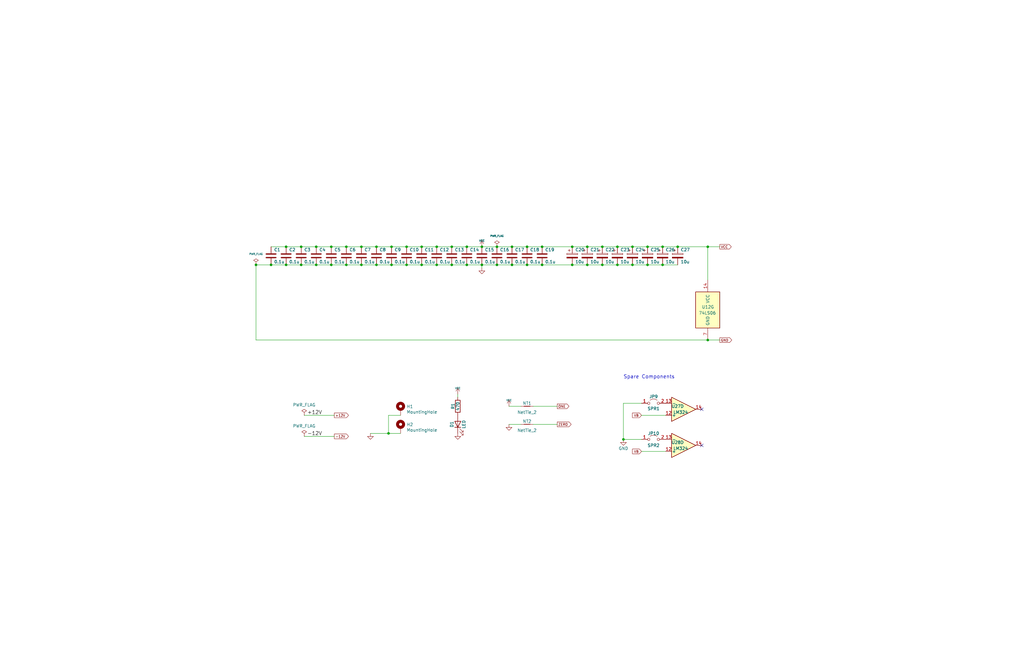
<source format=kicad_sch>
(kicad_sch (version 20211123) (generator eeschema)

  (uuid 47db399e-1a6b-4dec-a39b-ada2c06740c9)

  (paper "B")

  (lib_symbols
    (symbol "74xx:74LS06" (pin_names (offset 1.016)) (in_bom yes) (on_board yes)
      (property "Reference" "U" (id 0) (at 0 1.27 0)
        (effects (font (size 1.27 1.27)))
      )
      (property "Value" "74LS06" (id 1) (at 0 -1.27 0)
        (effects (font (size 1.27 1.27)))
      )
      (property "Footprint" "" (id 2) (at 0 0 0)
        (effects (font (size 1.27 1.27)) hide)
      )
      (property "Datasheet" "http://www.ti.com/lit/gpn/sn74LS06" (id 3) (at 0 0 0)
        (effects (font (size 1.27 1.27)) hide)
      )
      (property "ki_locked" "" (id 4) (at 0 0 0)
        (effects (font (size 1.27 1.27)))
      )
      (property "ki_keywords" "TTL not inv OpenCol" (id 5) (at 0 0 0)
        (effects (font (size 1.27 1.27)) hide)
      )
      (property "ki_description" "Inverter Open Collect" (id 6) (at 0 0 0)
        (effects (font (size 1.27 1.27)) hide)
      )
      (property "ki_fp_filters" "DIP*W7.62mm*" (id 7) (at 0 0 0)
        (effects (font (size 1.27 1.27)) hide)
      )
      (symbol "74LS06_1_0"
        (polyline
          (pts
            (xy -3.81 3.81)
            (xy -3.81 -3.81)
            (xy 3.81 0)
            (xy -3.81 3.81)
          )
          (stroke (width 0.254) (type default) (color 0 0 0 0))
          (fill (type background))
        )
        (pin input line (at -7.62 0 0) (length 3.81)
          (name "~" (effects (font (size 1.27 1.27))))
          (number "1" (effects (font (size 1.27 1.27))))
        )
        (pin open_collector inverted (at 7.62 0 180) (length 3.81)
          (name "~" (effects (font (size 1.27 1.27))))
          (number "2" (effects (font (size 1.27 1.27))))
        )
      )
      (symbol "74LS06_2_0"
        (polyline
          (pts
            (xy -3.81 3.81)
            (xy -3.81 -3.81)
            (xy 3.81 0)
            (xy -3.81 3.81)
          )
          (stroke (width 0.254) (type default) (color 0 0 0 0))
          (fill (type background))
        )
        (pin input line (at -7.62 0 0) (length 3.81)
          (name "~" (effects (font (size 1.27 1.27))))
          (number "3" (effects (font (size 1.27 1.27))))
        )
        (pin open_collector inverted (at 7.62 0 180) (length 3.81)
          (name "~" (effects (font (size 1.27 1.27))))
          (number "4" (effects (font (size 1.27 1.27))))
        )
      )
      (symbol "74LS06_3_0"
        (polyline
          (pts
            (xy -3.81 3.81)
            (xy -3.81 -3.81)
            (xy 3.81 0)
            (xy -3.81 3.81)
          )
          (stroke (width 0.254) (type default) (color 0 0 0 0))
          (fill (type background))
        )
        (pin input line (at -7.62 0 0) (length 3.81)
          (name "~" (effects (font (size 1.27 1.27))))
          (number "5" (effects (font (size 1.27 1.27))))
        )
        (pin open_collector inverted (at 7.62 0 180) (length 3.81)
          (name "~" (effects (font (size 1.27 1.27))))
          (number "6" (effects (font (size 1.27 1.27))))
        )
      )
      (symbol "74LS06_4_0"
        (polyline
          (pts
            (xy -3.81 3.81)
            (xy -3.81 -3.81)
            (xy 3.81 0)
            (xy -3.81 3.81)
          )
          (stroke (width 0.254) (type default) (color 0 0 0 0))
          (fill (type background))
        )
        (pin open_collector inverted (at 7.62 0 180) (length 3.81)
          (name "~" (effects (font (size 1.27 1.27))))
          (number "8" (effects (font (size 1.27 1.27))))
        )
        (pin input line (at -7.62 0 0) (length 3.81)
          (name "~" (effects (font (size 1.27 1.27))))
          (number "9" (effects (font (size 1.27 1.27))))
        )
      )
      (symbol "74LS06_5_0"
        (polyline
          (pts
            (xy -3.81 3.81)
            (xy -3.81 -3.81)
            (xy 3.81 0)
            (xy -3.81 3.81)
          )
          (stroke (width 0.254) (type default) (color 0 0 0 0))
          (fill (type background))
        )
        (pin open_collector inverted (at 7.62 0 180) (length 3.81)
          (name "~" (effects (font (size 1.27 1.27))))
          (number "10" (effects (font (size 1.27 1.27))))
        )
        (pin input line (at -7.62 0 0) (length 3.81)
          (name "~" (effects (font (size 1.27 1.27))))
          (number "11" (effects (font (size 1.27 1.27))))
        )
      )
      (symbol "74LS06_6_0"
        (polyline
          (pts
            (xy -3.81 3.81)
            (xy -3.81 -3.81)
            (xy 3.81 0)
            (xy -3.81 3.81)
          )
          (stroke (width 0.254) (type default) (color 0 0 0 0))
          (fill (type background))
        )
        (pin open_collector inverted (at 7.62 0 180) (length 3.81)
          (name "~" (effects (font (size 1.27 1.27))))
          (number "12" (effects (font (size 1.27 1.27))))
        )
        (pin input line (at -7.62 0 0) (length 3.81)
          (name "~" (effects (font (size 1.27 1.27))))
          (number "13" (effects (font (size 1.27 1.27))))
        )
      )
      (symbol "74LS06_7_0"
        (pin power_in line (at 0 12.7 270) (length 5.08)
          (name "VCC" (effects (font (size 1.27 1.27))))
          (number "14" (effects (font (size 1.27 1.27))))
        )
        (pin power_in line (at 0 -12.7 90) (length 5.08)
          (name "GND" (effects (font (size 1.27 1.27))))
          (number "7" (effects (font (size 1.27 1.27))))
        )
      )
      (symbol "74LS06_7_1"
        (rectangle (start -5.08 7.62) (end 5.08 -7.62)
          (stroke (width 0.254) (type default) (color 0 0 0 0))
          (fill (type background))
        )
      )
    )
    (symbol "Amplifier_Operational:LM324" (pin_names (offset 0.127)) (in_bom yes) (on_board yes)
      (property "Reference" "U" (id 0) (at 0 5.08 0)
        (effects (font (size 1.27 1.27)) (justify left))
      )
      (property "Value" "LM324" (id 1) (at 0 -5.08 0)
        (effects (font (size 1.27 1.27)) (justify left))
      )
      (property "Footprint" "" (id 2) (at -1.27 2.54 0)
        (effects (font (size 1.27 1.27)) hide)
      )
      (property "Datasheet" "http://www.ti.com/lit/ds/symlink/lm2902-n.pdf" (id 3) (at 1.27 5.08 0)
        (effects (font (size 1.27 1.27)) hide)
      )
      (property "ki_locked" "" (id 4) (at 0 0 0)
        (effects (font (size 1.27 1.27)))
      )
      (property "ki_keywords" "quad opamp" (id 5) (at 0 0 0)
        (effects (font (size 1.27 1.27)) hide)
      )
      (property "ki_description" "Low-Power, Quad-Operational Amplifiers, DIP-14/SOIC-14/SSOP-14" (id 6) (at 0 0 0)
        (effects (font (size 1.27 1.27)) hide)
      )
      (property "ki_fp_filters" "SOIC*3.9x8.7mm*P1.27mm* DIP*W7.62mm* TSSOP*4.4x5mm*P0.65mm* SSOP*5.3x6.2mm*P0.65mm* MSOP*3x3mm*P0.5mm*" (id 7) (at 0 0 0)
        (effects (font (size 1.27 1.27)) hide)
      )
      (symbol "LM324_1_1"
        (polyline
          (pts
            (xy -5.08 5.08)
            (xy 5.08 0)
            (xy -5.08 -5.08)
            (xy -5.08 5.08)
          )
          (stroke (width 0.254) (type default) (color 0 0 0 0))
          (fill (type background))
        )
        (pin output line (at 7.62 0 180) (length 2.54)
          (name "~" (effects (font (size 1.27 1.27))))
          (number "1" (effects (font (size 1.27 1.27))))
        )
        (pin input line (at -7.62 -2.54 0) (length 2.54)
          (name "-" (effects (font (size 1.27 1.27))))
          (number "2" (effects (font (size 1.27 1.27))))
        )
        (pin input line (at -7.62 2.54 0) (length 2.54)
          (name "+" (effects (font (size 1.27 1.27))))
          (number "3" (effects (font (size 1.27 1.27))))
        )
      )
      (symbol "LM324_2_1"
        (polyline
          (pts
            (xy -5.08 5.08)
            (xy 5.08 0)
            (xy -5.08 -5.08)
            (xy -5.08 5.08)
          )
          (stroke (width 0.254) (type default) (color 0 0 0 0))
          (fill (type background))
        )
        (pin input line (at -7.62 2.54 0) (length 2.54)
          (name "+" (effects (font (size 1.27 1.27))))
          (number "5" (effects (font (size 1.27 1.27))))
        )
        (pin input line (at -7.62 -2.54 0) (length 2.54)
          (name "-" (effects (font (size 1.27 1.27))))
          (number "6" (effects (font (size 1.27 1.27))))
        )
        (pin output line (at 7.62 0 180) (length 2.54)
          (name "~" (effects (font (size 1.27 1.27))))
          (number "7" (effects (font (size 1.27 1.27))))
        )
      )
      (symbol "LM324_3_1"
        (polyline
          (pts
            (xy -5.08 5.08)
            (xy 5.08 0)
            (xy -5.08 -5.08)
            (xy -5.08 5.08)
          )
          (stroke (width 0.254) (type default) (color 0 0 0 0))
          (fill (type background))
        )
        (pin input line (at -7.62 2.54 0) (length 2.54)
          (name "+" (effects (font (size 1.27 1.27))))
          (number "10" (effects (font (size 1.27 1.27))))
        )
        (pin output line (at 7.62 0 180) (length 2.54)
          (name "~" (effects (font (size 1.27 1.27))))
          (number "8" (effects (font (size 1.27 1.27))))
        )
        (pin input line (at -7.62 -2.54 0) (length 2.54)
          (name "-" (effects (font (size 1.27 1.27))))
          (number "9" (effects (font (size 1.27 1.27))))
        )
      )
      (symbol "LM324_4_1"
        (polyline
          (pts
            (xy -5.08 5.08)
            (xy 5.08 0)
            (xy -5.08 -5.08)
            (xy -5.08 5.08)
          )
          (stroke (width 0.254) (type default) (color 0 0 0 0))
          (fill (type background))
        )
        (pin input line (at -7.62 2.54 0) (length 2.54)
          (name "+" (effects (font (size 1.27 1.27))))
          (number "12" (effects (font (size 1.27 1.27))))
        )
        (pin input line (at -7.62 -2.54 0) (length 2.54)
          (name "-" (effects (font (size 1.27 1.27))))
          (number "13" (effects (font (size 1.27 1.27))))
        )
        (pin output line (at 7.62 0 180) (length 2.54)
          (name "~" (effects (font (size 1.27 1.27))))
          (number "14" (effects (font (size 1.27 1.27))))
        )
      )
      (symbol "LM324_5_1"
        (pin power_in line (at -2.54 -7.62 90) (length 3.81)
          (name "V-" (effects (font (size 1.27 1.27))))
          (number "11" (effects (font (size 1.27 1.27))))
        )
        (pin power_in line (at -2.54 7.62 270) (length 3.81)
          (name "V+" (effects (font (size 1.27 1.27))))
          (number "4" (effects (font (size 1.27 1.27))))
        )
      )
    )
    (symbol "Device:C" (pin_numbers hide) (pin_names (offset 0.254)) (in_bom yes) (on_board yes)
      (property "Reference" "C" (id 0) (at 0.635 2.54 0)
        (effects (font (size 1.27 1.27)) (justify left))
      )
      (property "Value" "C" (id 1) (at 0.635 -2.54 0)
        (effects (font (size 1.27 1.27)) (justify left))
      )
      (property "Footprint" "" (id 2) (at 0.9652 -3.81 0)
        (effects (font (size 1.27 1.27)) hide)
      )
      (property "Datasheet" "~" (id 3) (at 0 0 0)
        (effects (font (size 1.27 1.27)) hide)
      )
      (property "ki_keywords" "cap capacitor" (id 4) (at 0 0 0)
        (effects (font (size 1.27 1.27)) hide)
      )
      (property "ki_description" "Unpolarized capacitor" (id 5) (at 0 0 0)
        (effects (font (size 1.27 1.27)) hide)
      )
      (property "ki_fp_filters" "C_*" (id 6) (at 0 0 0)
        (effects (font (size 1.27 1.27)) hide)
      )
      (symbol "C_0_1"
        (polyline
          (pts
            (xy -2.032 -0.762)
            (xy 2.032 -0.762)
          )
          (stroke (width 0.508) (type default) (color 0 0 0 0))
          (fill (type none))
        )
        (polyline
          (pts
            (xy -2.032 0.762)
            (xy 2.032 0.762)
          )
          (stroke (width 0.508) (type default) (color 0 0 0 0))
          (fill (type none))
        )
      )
      (symbol "C_1_1"
        (pin passive line (at 0 3.81 270) (length 2.794)
          (name "~" (effects (font (size 1.27 1.27))))
          (number "1" (effects (font (size 1.27 1.27))))
        )
        (pin passive line (at 0 -3.81 90) (length 2.794)
          (name "~" (effects (font (size 1.27 1.27))))
          (number "2" (effects (font (size 1.27 1.27))))
        )
      )
    )
    (symbol "Device:C_Polarized" (pin_numbers hide) (pin_names (offset 0.254)) (in_bom yes) (on_board yes)
      (property "Reference" "C" (id 0) (at 0.635 2.54 0)
        (effects (font (size 1.27 1.27)) (justify left))
      )
      (property "Value" "C_Polarized" (id 1) (at 0.635 -2.54 0)
        (effects (font (size 1.27 1.27)) (justify left))
      )
      (property "Footprint" "" (id 2) (at 0.9652 -3.81 0)
        (effects (font (size 1.27 1.27)) hide)
      )
      (property "Datasheet" "~" (id 3) (at 0 0 0)
        (effects (font (size 1.27 1.27)) hide)
      )
      (property "ki_keywords" "cap capacitor" (id 4) (at 0 0 0)
        (effects (font (size 1.27 1.27)) hide)
      )
      (property "ki_description" "Polarized capacitor" (id 5) (at 0 0 0)
        (effects (font (size 1.27 1.27)) hide)
      )
      (property "ki_fp_filters" "CP_*" (id 6) (at 0 0 0)
        (effects (font (size 1.27 1.27)) hide)
      )
      (symbol "C_Polarized_0_1"
        (rectangle (start -2.286 0.508) (end 2.286 1.016)
          (stroke (width 0) (type default) (color 0 0 0 0))
          (fill (type none))
        )
        (polyline
          (pts
            (xy -1.778 2.286)
            (xy -0.762 2.286)
          )
          (stroke (width 0) (type default) (color 0 0 0 0))
          (fill (type none))
        )
        (polyline
          (pts
            (xy -1.27 2.794)
            (xy -1.27 1.778)
          )
          (stroke (width 0) (type default) (color 0 0 0 0))
          (fill (type none))
        )
        (rectangle (start 2.286 -0.508) (end -2.286 -1.016)
          (stroke (width 0) (type default) (color 0 0 0 0))
          (fill (type outline))
        )
      )
      (symbol "C_Polarized_1_1"
        (pin passive line (at 0 3.81 270) (length 2.794)
          (name "~" (effects (font (size 1.27 1.27))))
          (number "1" (effects (font (size 1.27 1.27))))
        )
        (pin passive line (at 0 -3.81 90) (length 2.794)
          (name "~" (effects (font (size 1.27 1.27))))
          (number "2" (effects (font (size 1.27 1.27))))
        )
      )
    )
    (symbol "Device:LED" (pin_numbers hide) (pin_names (offset 1.016) hide) (in_bom yes) (on_board yes)
      (property "Reference" "D" (id 0) (at 0 2.54 0)
        (effects (font (size 1.27 1.27)))
      )
      (property "Value" "LED" (id 1) (at 0 -2.54 0)
        (effects (font (size 1.27 1.27)))
      )
      (property "Footprint" "" (id 2) (at 0 0 0)
        (effects (font (size 1.27 1.27)) hide)
      )
      (property "Datasheet" "~" (id 3) (at 0 0 0)
        (effects (font (size 1.27 1.27)) hide)
      )
      (property "ki_keywords" "LED diode" (id 4) (at 0 0 0)
        (effects (font (size 1.27 1.27)) hide)
      )
      (property "ki_description" "Light emitting diode" (id 5) (at 0 0 0)
        (effects (font (size 1.27 1.27)) hide)
      )
      (property "ki_fp_filters" "LED* LED_SMD:* LED_THT:*" (id 6) (at 0 0 0)
        (effects (font (size 1.27 1.27)) hide)
      )
      (symbol "LED_0_1"
        (polyline
          (pts
            (xy -1.27 -1.27)
            (xy -1.27 1.27)
          )
          (stroke (width 0.254) (type default) (color 0 0 0 0))
          (fill (type none))
        )
        (polyline
          (pts
            (xy -1.27 0)
            (xy 1.27 0)
          )
          (stroke (width 0) (type default) (color 0 0 0 0))
          (fill (type none))
        )
        (polyline
          (pts
            (xy 1.27 -1.27)
            (xy 1.27 1.27)
            (xy -1.27 0)
            (xy 1.27 -1.27)
          )
          (stroke (width 0.254) (type default) (color 0 0 0 0))
          (fill (type none))
        )
        (polyline
          (pts
            (xy -3.048 -0.762)
            (xy -4.572 -2.286)
            (xy -3.81 -2.286)
            (xy -4.572 -2.286)
            (xy -4.572 -1.524)
          )
          (stroke (width 0) (type default) (color 0 0 0 0))
          (fill (type none))
        )
        (polyline
          (pts
            (xy -1.778 -0.762)
            (xy -3.302 -2.286)
            (xy -2.54 -2.286)
            (xy -3.302 -2.286)
            (xy -3.302 -1.524)
          )
          (stroke (width 0) (type default) (color 0 0 0 0))
          (fill (type none))
        )
      )
      (symbol "LED_1_1"
        (pin passive line (at -3.81 0 0) (length 2.54)
          (name "K" (effects (font (size 1.27 1.27))))
          (number "1" (effects (font (size 1.27 1.27))))
        )
        (pin passive line (at 3.81 0 180) (length 2.54)
          (name "A" (effects (font (size 1.27 1.27))))
          (number "2" (effects (font (size 1.27 1.27))))
        )
      )
    )
    (symbol "Device:NetTie_2" (pin_numbers hide) (pin_names (offset 0) hide) (in_bom no) (on_board yes)
      (property "Reference" "NT" (id 0) (at 0 1.27 0)
        (effects (font (size 1.27 1.27)))
      )
      (property "Value" "NetTie_2" (id 1) (at 0 -1.27 0)
        (effects (font (size 1.27 1.27)))
      )
      (property "Footprint" "" (id 2) (at 0 0 0)
        (effects (font (size 1.27 1.27)) hide)
      )
      (property "Datasheet" "~" (id 3) (at 0 0 0)
        (effects (font (size 1.27 1.27)) hide)
      )
      (property "ki_keywords" "net tie short" (id 4) (at 0 0 0)
        (effects (font (size 1.27 1.27)) hide)
      )
      (property "ki_description" "Net tie, 2 pins" (id 5) (at 0 0 0)
        (effects (font (size 1.27 1.27)) hide)
      )
      (property "ki_fp_filters" "Net*Tie*" (id 6) (at 0 0 0)
        (effects (font (size 1.27 1.27)) hide)
      )
      (symbol "NetTie_2_0_1"
        (polyline
          (pts
            (xy -1.27 0)
            (xy 1.27 0)
          )
          (stroke (width 0.254) (type default) (color 0 0 0 0))
          (fill (type none))
        )
      )
      (symbol "NetTie_2_1_1"
        (pin passive line (at -2.54 0 0) (length 2.54)
          (name "1" (effects (font (size 1.27 1.27))))
          (number "1" (effects (font (size 1.27 1.27))))
        )
        (pin passive line (at 2.54 0 180) (length 2.54)
          (name "2" (effects (font (size 1.27 1.27))))
          (number "2" (effects (font (size 1.27 1.27))))
        )
      )
    )
    (symbol "Device:R" (pin_numbers hide) (pin_names (offset 0)) (in_bom yes) (on_board yes)
      (property "Reference" "R" (id 0) (at 2.032 0 90)
        (effects (font (size 1.27 1.27)))
      )
      (property "Value" "R" (id 1) (at 0 0 90)
        (effects (font (size 1.27 1.27)))
      )
      (property "Footprint" "" (id 2) (at -1.778 0 90)
        (effects (font (size 1.27 1.27)) hide)
      )
      (property "Datasheet" "~" (id 3) (at 0 0 0)
        (effects (font (size 1.27 1.27)) hide)
      )
      (property "ki_keywords" "R res resistor" (id 4) (at 0 0 0)
        (effects (font (size 1.27 1.27)) hide)
      )
      (property "ki_description" "Resistor" (id 5) (at 0 0 0)
        (effects (font (size 1.27 1.27)) hide)
      )
      (property "ki_fp_filters" "R_*" (id 6) (at 0 0 0)
        (effects (font (size 1.27 1.27)) hide)
      )
      (symbol "R_0_1"
        (rectangle (start -1.016 -2.54) (end 1.016 2.54)
          (stroke (width 0.254) (type default) (color 0 0 0 0))
          (fill (type none))
        )
      )
      (symbol "R_1_1"
        (pin passive line (at 0 3.81 270) (length 1.27)
          (name "~" (effects (font (size 1.27 1.27))))
          (number "1" (effects (font (size 1.27 1.27))))
        )
        (pin passive line (at 0 -3.81 90) (length 1.27)
          (name "~" (effects (font (size 1.27 1.27))))
          (number "2" (effects (font (size 1.27 1.27))))
        )
      )
    )
    (symbol "Jumper:Jumper_2_Open" (pin_names (offset 0) hide) (in_bom yes) (on_board yes)
      (property "Reference" "JP" (id 0) (at 0 2.794 0)
        (effects (font (size 1.27 1.27)))
      )
      (property "Value" "Jumper_2_Open" (id 1) (at 0 -2.286 0)
        (effects (font (size 1.27 1.27)))
      )
      (property "Footprint" "" (id 2) (at 0 0 0)
        (effects (font (size 1.27 1.27)) hide)
      )
      (property "Datasheet" "~" (id 3) (at 0 0 0)
        (effects (font (size 1.27 1.27)) hide)
      )
      (property "ki_keywords" "Jumper SPST" (id 4) (at 0 0 0)
        (effects (font (size 1.27 1.27)) hide)
      )
      (property "ki_description" "Jumper, 2-pole, open" (id 5) (at 0 0 0)
        (effects (font (size 1.27 1.27)) hide)
      )
      (property "ki_fp_filters" "Jumper* TestPoint*2Pads* TestPoint*Bridge*" (id 6) (at 0 0 0)
        (effects (font (size 1.27 1.27)) hide)
      )
      (symbol "Jumper_2_Open_0_0"
        (circle (center -2.032 0) (radius 0.508)
          (stroke (width 0) (type default) (color 0 0 0 0))
          (fill (type none))
        )
        (circle (center 2.032 0) (radius 0.508)
          (stroke (width 0) (type default) (color 0 0 0 0))
          (fill (type none))
        )
      )
      (symbol "Jumper_2_Open_0_1"
        (arc (start 1.524 1.27) (mid 0 1.778) (end -1.524 1.27)
          (stroke (width 0) (type default) (color 0 0 0 0))
          (fill (type none))
        )
      )
      (symbol "Jumper_2_Open_1_1"
        (pin passive line (at -5.08 0 0) (length 2.54)
          (name "A" (effects (font (size 1.27 1.27))))
          (number "1" (effects (font (size 1.27 1.27))))
        )
        (pin passive line (at 5.08 0 180) (length 2.54)
          (name "B" (effects (font (size 1.27 1.27))))
          (number "2" (effects (font (size 1.27 1.27))))
        )
      )
    )
    (symbol "Mechanical:MountingHole_Pad" (pin_numbers hide) (pin_names (offset 1.016) hide) (in_bom yes) (on_board yes)
      (property "Reference" "H" (id 0) (at 0 6.35 0)
        (effects (font (size 1.27 1.27)))
      )
      (property "Value" "MountingHole_Pad" (id 1) (at 0 4.445 0)
        (effects (font (size 1.27 1.27)))
      )
      (property "Footprint" "" (id 2) (at 0 0 0)
        (effects (font (size 1.27 1.27)) hide)
      )
      (property "Datasheet" "~" (id 3) (at 0 0 0)
        (effects (font (size 1.27 1.27)) hide)
      )
      (property "ki_keywords" "mounting hole" (id 4) (at 0 0 0)
        (effects (font (size 1.27 1.27)) hide)
      )
      (property "ki_description" "Mounting Hole with connection" (id 5) (at 0 0 0)
        (effects (font (size 1.27 1.27)) hide)
      )
      (property "ki_fp_filters" "MountingHole*Pad*" (id 6) (at 0 0 0)
        (effects (font (size 1.27 1.27)) hide)
      )
      (symbol "MountingHole_Pad_0_1"
        (circle (center 0 1.27) (radius 1.27)
          (stroke (width 1.27) (type default) (color 0 0 0 0))
          (fill (type none))
        )
      )
      (symbol "MountingHole_Pad_1_1"
        (pin input line (at 0 -2.54 90) (length 2.54)
          (name "1" (effects (font (size 1.27 1.27))))
          (number "1" (effects (font (size 1.27 1.27))))
        )
      )
    )
    (symbol "power:GND" (power) (pin_names (offset 0)) (in_bom yes) (on_board yes)
      (property "Reference" "#PWR" (id 0) (at 0 -6.35 0)
        (effects (font (size 1.27 1.27)) hide)
      )
      (property "Value" "GND" (id 1) (at 0 -3.81 0)
        (effects (font (size 1.27 1.27)))
      )
      (property "Footprint" "" (id 2) (at 0 0 0)
        (effects (font (size 1.27 1.27)) hide)
      )
      (property "Datasheet" "" (id 3) (at 0 0 0)
        (effects (font (size 1.27 1.27)) hide)
      )
      (property "ki_keywords" "global power" (id 4) (at 0 0 0)
        (effects (font (size 1.27 1.27)) hide)
      )
      (property "ki_description" "Power symbol creates a global label with name \"GND\" , ground" (id 5) (at 0 0 0)
        (effects (font (size 1.27 1.27)) hide)
      )
      (symbol "GND_0_1"
        (polyline
          (pts
            (xy 0 0)
            (xy 0 -1.27)
            (xy 1.27 -1.27)
            (xy 0 -2.54)
            (xy -1.27 -1.27)
            (xy 0 -1.27)
          )
          (stroke (width 0) (type default) (color 0 0 0 0))
          (fill (type none))
        )
      )
      (symbol "GND_1_1"
        (pin power_in line (at 0 0 270) (length 0) hide
          (name "GND" (effects (font (size 1.27 1.27))))
          (number "1" (effects (font (size 1.27 1.27))))
        )
      )
    )
    (symbol "power:PWR_FLAG" (power) (pin_numbers hide) (pin_names (offset 0) hide) (in_bom yes) (on_board yes)
      (property "Reference" "#FLG" (id 0) (at 0 1.905 0)
        (effects (font (size 1.27 1.27)) hide)
      )
      (property "Value" "PWR_FLAG" (id 1) (at 0 3.81 0)
        (effects (font (size 1.27 1.27)))
      )
      (property "Footprint" "" (id 2) (at 0 0 0)
        (effects (font (size 1.27 1.27)) hide)
      )
      (property "Datasheet" "~" (id 3) (at 0 0 0)
        (effects (font (size 1.27 1.27)) hide)
      )
      (property "ki_keywords" "flag power" (id 4) (at 0 0 0)
        (effects (font (size 1.27 1.27)) hide)
      )
      (property "ki_description" "Special symbol for telling ERC where power comes from" (id 5) (at 0 0 0)
        (effects (font (size 1.27 1.27)) hide)
      )
      (symbol "PWR_FLAG_0_0"
        (pin power_out line (at 0 0 90) (length 0)
          (name "pwr" (effects (font (size 1.27 1.27))))
          (number "1" (effects (font (size 1.27 1.27))))
        )
      )
      (symbol "PWR_FLAG_0_1"
        (polyline
          (pts
            (xy 0 0)
            (xy 0 1.27)
            (xy -1.016 1.905)
            (xy 0 2.54)
            (xy 1.016 1.905)
            (xy 0 1.27)
          )
          (stroke (width 0) (type default) (color 0 0 0 0))
          (fill (type none))
        )
      )
    )
    (symbol "power:VCC" (power) (pin_names (offset 0)) (in_bom yes) (on_board yes)
      (property "Reference" "#PWR" (id 0) (at 0 -3.81 0)
        (effects (font (size 1.27 1.27)) hide)
      )
      (property "Value" "VCC" (id 1) (at 0 3.81 0)
        (effects (font (size 1.27 1.27)))
      )
      (property "Footprint" "" (id 2) (at 0 0 0)
        (effects (font (size 1.27 1.27)) hide)
      )
      (property "Datasheet" "" (id 3) (at 0 0 0)
        (effects (font (size 1.27 1.27)) hide)
      )
      (property "ki_keywords" "global power" (id 4) (at 0 0 0)
        (effects (font (size 1.27 1.27)) hide)
      )
      (property "ki_description" "Power symbol creates a global label with name \"VCC\"" (id 5) (at 0 0 0)
        (effects (font (size 1.27 1.27)) hide)
      )
      (symbol "VCC_0_1"
        (polyline
          (pts
            (xy -0.762 1.27)
            (xy 0 2.54)
          )
          (stroke (width 0) (type default) (color 0 0 0 0))
          (fill (type none))
        )
        (polyline
          (pts
            (xy 0 0)
            (xy 0 2.54)
          )
          (stroke (width 0) (type default) (color 0 0 0 0))
          (fill (type none))
        )
        (polyline
          (pts
            (xy 0 2.54)
            (xy 0.762 1.27)
          )
          (stroke (width 0) (type default) (color 0 0 0 0))
          (fill (type none))
        )
      )
      (symbol "VCC_1_1"
        (pin power_in line (at 0 0 90) (length 0) hide
          (name "VCC" (effects (font (size 1.27 1.27))))
          (number "1" (effects (font (size 1.27 1.27))))
        )
      )
    )
  )

  (junction (at 262.89 185.42) (diameter 0) (color 0 0 0 0)
    (uuid 03cb8456-e52a-46f2-822b-849d50bea6b4)
  )
  (junction (at 273.05 104.14) (diameter 0) (color 0 0 0 0)
    (uuid 0674b85e-32db-44b8-819b-044a14bb25f1)
  )
  (junction (at 241.3 111.76) (diameter 0) (color 0 0 0 0)
    (uuid 123210ef-b217-4a7e-a2ef-ec8120f0e087)
  )
  (junction (at 279.4 111.76) (diameter 0) (color 0 0 0 0)
    (uuid 1420003e-1c53-4d7d-900d-9027850eb16c)
  )
  (junction (at 127 104.14) (diameter 0) (color 0 0 0 0)
    (uuid 1873697a-cf2e-4a34-936f-e209e8ddd364)
  )
  (junction (at 228.6 104.14) (diameter 0) (color 0 0 0 0)
    (uuid 1abcd8a1-2a1b-4391-a283-cc785d01f4c0)
  )
  (junction (at 285.75 104.14) (diameter 0) (color 0 0 0 0)
    (uuid 1bd985f9-a404-48e0-b312-92274d4da57c)
  )
  (junction (at 177.8 104.14) (diameter 0) (color 0 0 0 0)
    (uuid 1bf5562b-3542-4247-b93c-7b07ab3819f9)
  )
  (junction (at 203.2 104.14) (diameter 0) (color 0 0 0 0)
    (uuid 1fb3eab2-6afe-4b26-b45d-dc6cd75af693)
  )
  (junction (at 152.4 104.14) (diameter 0) (color 0 0 0 0)
    (uuid 24849768-9bbe-4f3f-822d-e82531ce8bb2)
  )
  (junction (at 203.2 111.76) (diameter 0) (color 0 0 0 0)
    (uuid 24b54b55-4768-4520-84a7-06ef41834e0a)
  )
  (junction (at 222.25 104.14) (diameter 0) (color 0 0 0 0)
    (uuid 2cc3d7a4-3f4d-4cfe-97cb-854f9c74fb98)
  )
  (junction (at 247.65 104.14) (diameter 0) (color 0 0 0 0)
    (uuid 2f5e75e4-5682-40ad-9f04-8a8025740267)
  )
  (junction (at 152.4 111.76) (diameter 0) (color 0 0 0 0)
    (uuid 30e85b54-ffe5-45f0-93ec-04a0d4f856ff)
  )
  (junction (at 196.85 104.14) (diameter 0) (color 0 0 0 0)
    (uuid 316a9459-0287-4feb-a38c-2186dd1b30c0)
  )
  (junction (at 215.9 111.76) (diameter 0) (color 0 0 0 0)
    (uuid 3274a83c-44ec-4a0f-87ad-329a0ea9ee99)
  )
  (junction (at 209.55 104.14) (diameter 0) (color 0 0 0 0)
    (uuid 34b09965-2916-4523-addf-17454fae228b)
  )
  (junction (at 209.55 111.76) (diameter 0) (color 0 0 0 0)
    (uuid 35b6f717-a301-47ef-987b-ab5d95b55dbd)
  )
  (junction (at 260.35 111.76) (diameter 0) (color 0 0 0 0)
    (uuid 365cbe7e-819d-4719-8009-edca02bf1989)
  )
  (junction (at 196.85 111.76) (diameter 0) (color 0 0 0 0)
    (uuid 3d51b43e-a919-4b7f-9f7f-bde8407686d0)
  )
  (junction (at 241.3 104.14) (diameter 0) (color 0 0 0 0)
    (uuid 4c9c649e-e593-4b9a-9b78-dee58e26e7a0)
  )
  (junction (at 165.1 104.14) (diameter 0) (color 0 0 0 0)
    (uuid 52bc679b-f811-4429-98cf-f216756deff2)
  )
  (junction (at 139.7 104.14) (diameter 0) (color 0 0 0 0)
    (uuid 55db1535-d7f7-484a-a796-6c7181bf0beb)
  )
  (junction (at 127 111.76) (diameter 0) (color 0 0 0 0)
    (uuid 58d6a270-2070-44f8-a02c-77913c34a3a5)
  )
  (junction (at 114.3 111.76) (diameter 0) (color 0 0 0 0)
    (uuid 5ea62f98-1403-44eb-8235-5daf126c4ede)
  )
  (junction (at 260.35 104.14) (diameter 0) (color 0 0 0 0)
    (uuid 5f756636-090f-49bb-8132-16d480e3ab1b)
  )
  (junction (at 177.8 111.76) (diameter 0) (color 0 0 0 0)
    (uuid 683ffb95-b6c9-4d0b-8b90-c32156d4bdb4)
  )
  (junction (at 298.45 143.51) (diameter 0) (color 0 0 0 0)
    (uuid 6bde5d13-c24a-42b1-a3c9-1c00600504bb)
  )
  (junction (at 163.83 182.88) (diameter 0) (color 0 0 0 0)
    (uuid 6f397fa0-b9d6-41bb-8d07-b4a48df39608)
  )
  (junction (at 107.95 111.76) (diameter 0) (color 0 0 0 0)
    (uuid 823c4767-e5ec-43c2-b50f-3ce740a8a523)
  )
  (junction (at 171.45 104.14) (diameter 0) (color 0 0 0 0)
    (uuid 83b4b701-1839-43aa-817b-918a3e380f22)
  )
  (junction (at 190.5 104.14) (diameter 0) (color 0 0 0 0)
    (uuid 897a8351-b49a-4cc5-9741-e2a4751586e3)
  )
  (junction (at 184.15 104.14) (diameter 0) (color 0 0 0 0)
    (uuid 8c11daf5-dcc3-45e3-93e0-2675a5e3baf7)
  )
  (junction (at 266.7 111.76) (diameter 0) (color 0 0 0 0)
    (uuid 8c24d2a3-3b9b-4711-8496-16d4b460c8f4)
  )
  (junction (at 158.75 104.14) (diameter 0) (color 0 0 0 0)
    (uuid 91a4e282-0fb4-4d5f-8d76-e5f0e1fee140)
  )
  (junction (at 133.35 111.76) (diameter 0) (color 0 0 0 0)
    (uuid 932d22f8-0424-40f7-a969-cb56cbe88614)
  )
  (junction (at 171.45 111.76) (diameter 0) (color 0 0 0 0)
    (uuid 99d4ff07-8e97-4343-ba6c-533dea2d6ded)
  )
  (junction (at 165.1 111.76) (diameter 0) (color 0 0 0 0)
    (uuid 9a486393-d8ef-447f-a2a7-496997e9848d)
  )
  (junction (at 279.4 104.14) (diameter 0) (color 0 0 0 0)
    (uuid 9becbb9d-6bf0-4239-a4b1-0d58e3bffce2)
  )
  (junction (at 298.45 104.14) (diameter 0) (color 0 0 0 0)
    (uuid 9ee91ad0-c76a-4323-a0c1-8c770d296aa5)
  )
  (junction (at 266.7 104.14) (diameter 0) (color 0 0 0 0)
    (uuid a286ff5a-c65d-4a3f-a728-c856674aee04)
  )
  (junction (at 247.65 111.76) (diameter 0) (color 0 0 0 0)
    (uuid a2f3047a-9f46-49cf-9a22-09e04cb5f3c1)
  )
  (junction (at 146.05 104.14) (diameter 0) (color 0 0 0 0)
    (uuid a412f9fd-17d0-4bf1-80bd-4ed31414d7b5)
  )
  (junction (at 228.6 111.76) (diameter 0) (color 0 0 0 0)
    (uuid b25d660e-e4cb-48a3-b970-843236de201a)
  )
  (junction (at 184.15 111.76) (diameter 0) (color 0 0 0 0)
    (uuid b800b908-ce07-4504-8227-017ec68c715f)
  )
  (junction (at 215.9 104.14) (diameter 0) (color 0 0 0 0)
    (uuid b9321355-3f83-4b89-b964-cf21deb2e0d5)
  )
  (junction (at 190.5 111.76) (diameter 0) (color 0 0 0 0)
    (uuid be1643e6-7a90-4fa2-82fa-d12bf9b8665b)
  )
  (junction (at 254 104.14) (diameter 0) (color 0 0 0 0)
    (uuid c01c1f20-6dda-47a1-ab54-fe7f0974d4df)
  )
  (junction (at 133.35 104.14) (diameter 0) (color 0 0 0 0)
    (uuid c172d7b8-1978-42d3-a4d3-ece6821482e5)
  )
  (junction (at 273.05 111.76) (diameter 0) (color 0 0 0 0)
    (uuid c288a139-e8a1-4bc0-aa40-53f85a223b2c)
  )
  (junction (at 146.05 111.76) (diameter 0) (color 0 0 0 0)
    (uuid d89d5047-2476-490f-88ef-3ac1e183075e)
  )
  (junction (at 254 111.76) (diameter 0) (color 0 0 0 0)
    (uuid d937efdf-76d4-4131-a6d6-66d4553a0936)
  )
  (junction (at 222.25 111.76) (diameter 0) (color 0 0 0 0)
    (uuid eb4a8540-978d-451f-a79f-96219e9dc6af)
  )
  (junction (at 139.7 111.76) (diameter 0) (color 0 0 0 0)
    (uuid f1c58bb6-250e-461a-9d80-eeb0f9bdc1ca)
  )
  (junction (at 120.65 111.76) (diameter 0) (color 0 0 0 0)
    (uuid f5d8be65-f36b-4350-b75e-868d563b6b2f)
  )
  (junction (at 158.75 111.76) (diameter 0) (color 0 0 0 0)
    (uuid f7067d83-5e4d-4d13-a941-f7736bd18a13)
  )
  (junction (at 120.65 104.14) (diameter 0) (color 0 0 0 0)
    (uuid fc1420fa-46e8-45e6-84f9-f50722f81eb0)
  )

  (no_connect (at 295.91 187.96) (uuid 42074f92-a2df-4f84-9634-07b9d9679208))
  (no_connect (at 295.91 172.72) (uuid a8625d91-3af4-486e-b43c-22e8ade06e3c))

  (wire (pts (xy 152.4 111.76) (xy 158.75 111.76))
    (stroke (width 0) (type default) (color 0 0 0 0))
    (uuid 030efa53-6235-4c27-86f6-3335fdb5d48f)
  )
  (wire (pts (xy 133.35 111.76) (xy 139.7 111.76))
    (stroke (width 0) (type default) (color 0 0 0 0))
    (uuid 06495355-e821-4249-9ac8-bddcd29521c6)
  )
  (wire (pts (xy 158.75 104.14) (xy 152.4 104.14))
    (stroke (width 0) (type default) (color 0 0 0 0))
    (uuid 0e928cb0-9481-4914-a681-553e8191e7aa)
  )
  (wire (pts (xy 222.25 111.76) (xy 228.6 111.76))
    (stroke (width 0) (type default) (color 0 0 0 0))
    (uuid 10e7fd6f-2550-4bb7-affc-24aa009c3303)
  )
  (wire (pts (xy 203.2 111.76) (xy 209.55 111.76))
    (stroke (width 0) (type default) (color 0 0 0 0))
    (uuid 11a9441c-d37f-47d6-a33a-deb0fd7a20c4)
  )
  (wire (pts (xy 266.7 111.76) (xy 273.05 111.76))
    (stroke (width 0) (type default) (color 0 0 0 0))
    (uuid 1965ab2d-7937-430f-a684-e7701e8ef08b)
  )
  (wire (pts (xy 190.5 111.76) (xy 196.85 111.76))
    (stroke (width 0) (type default) (color 0 0 0 0))
    (uuid 27d2f2e7-eb4f-4361-b8b5-3ecceb7b320a)
  )
  (wire (pts (xy 168.91 182.88) (xy 163.83 182.88))
    (stroke (width 0) (type default) (color 0 0 0 0))
    (uuid 2f76b7c6-1eb6-4fe0-a054-5caf72ed25a6)
  )
  (wire (pts (xy 128.27 175.26) (xy 140.97 175.26))
    (stroke (width 0) (type default) (color 0 0 0 0))
    (uuid 33f0abef-d2bf-41dd-b7d5-e1dbc972c3e1)
  )
  (wire (pts (xy 165.1 104.14) (xy 158.75 104.14))
    (stroke (width 0) (type default) (color 0 0 0 0))
    (uuid 34c42e02-019d-4fd8-b0e7-9435ce1ee5d8)
  )
  (wire (pts (xy 254 111.76) (xy 260.35 111.76))
    (stroke (width 0) (type default) (color 0 0 0 0))
    (uuid 3a8d03d8-2eec-450c-a14b-cae10e4dc6de)
  )
  (wire (pts (xy 222.25 104.14) (xy 228.6 104.14))
    (stroke (width 0) (type default) (color 0 0 0 0))
    (uuid 3ba3ec65-4ea4-4ad0-9036-3795ef51a102)
  )
  (wire (pts (xy 298.45 143.51) (xy 303.53 143.51))
    (stroke (width 0) (type default) (color 0 0 0 0))
    (uuid 416f4e88-7b22-4c5a-b95d-7fe31d82accd)
  )
  (wire (pts (xy 241.3 104.14) (xy 247.65 104.14))
    (stroke (width 0) (type default) (color 0 0 0 0))
    (uuid 49f4f678-bed5-4c65-8910-f2fa19e86f41)
  )
  (wire (pts (xy 247.65 111.76) (xy 254 111.76))
    (stroke (width 0) (type default) (color 0 0 0 0))
    (uuid 4c623e33-a6c2-4a12-90cc-aa255caeab92)
  )
  (wire (pts (xy 260.35 104.14) (xy 266.7 104.14))
    (stroke (width 0) (type default) (color 0 0 0 0))
    (uuid 4d541057-3b32-49b3-bd1b-6fdfc5ac5395)
  )
  (wire (pts (xy 196.85 111.76) (xy 203.2 111.76))
    (stroke (width 0) (type default) (color 0 0 0 0))
    (uuid 563ef5c9-d6c2-4ca5-9f77-5999989bfd43)
  )
  (wire (pts (xy 209.55 104.14) (xy 215.9 104.14))
    (stroke (width 0) (type default) (color 0 0 0 0))
    (uuid 56f2eb1c-67c1-4ab8-8fc5-a90c67a27587)
  )
  (wire (pts (xy 214.63 179.07) (xy 219.71 179.07))
    (stroke (width 0) (type default) (color 0 0 0 0))
    (uuid 5766ff9c-6d28-40a7-a5a5-4b862f7bd231)
  )
  (wire (pts (xy 158.75 111.76) (xy 165.1 111.76))
    (stroke (width 0) (type default) (color 0 0 0 0))
    (uuid 582655ff-1f7e-49ad-980a-6b7a8ef260ad)
  )
  (wire (pts (xy 107.95 111.76) (xy 114.3 111.76))
    (stroke (width 0) (type default) (color 0 0 0 0))
    (uuid 594354b1-7c41-488d-a103-6f4e94a42c44)
  )
  (wire (pts (xy 270.51 175.26) (xy 280.67 175.26))
    (stroke (width 0) (type default) (color 0 0 0 0))
    (uuid 5973cbd7-951a-4899-85b8-6f9fe3189ece)
  )
  (wire (pts (xy 228.6 104.14) (xy 241.3 104.14))
    (stroke (width 0) (type default) (color 0 0 0 0))
    (uuid 6305086c-7435-4f40-9979-fc6f68fbe29d)
  )
  (wire (pts (xy 203.2 104.14) (xy 209.55 104.14))
    (stroke (width 0) (type default) (color 0 0 0 0))
    (uuid 63fd16b2-c326-466d-b3bf-f0529ed1b8fa)
  )
  (wire (pts (xy 120.65 104.14) (xy 114.3 104.14))
    (stroke (width 0) (type default) (color 0 0 0 0))
    (uuid 653a56cd-eb27-4bc6-ae20-a57e50132348)
  )
  (wire (pts (xy 184.15 104.14) (xy 190.5 104.14))
    (stroke (width 0) (type default) (color 0 0 0 0))
    (uuid 6d6ee033-4b8b-4114-b5b3-ad5736c88f68)
  )
  (wire (pts (xy 171.45 104.14) (xy 177.8 104.14))
    (stroke (width 0) (type default) (color 0 0 0 0))
    (uuid 74d2af76-0019-46b7-af5c-e6d6a62c454e)
  )
  (wire (pts (xy 128.27 184.15) (xy 140.97 184.15))
    (stroke (width 0) (type default) (color 0 0 0 0))
    (uuid 7527b0a3-6386-4182-9b62-e914af159f15)
  )
  (wire (pts (xy 262.89 185.42) (xy 262.89 170.18))
    (stroke (width 0) (type default) (color 0 0 0 0))
    (uuid 765f8c76-3f74-47d8-9786-18ec8f62c126)
  )
  (wire (pts (xy 260.35 111.76) (xy 266.7 111.76))
    (stroke (width 0) (type default) (color 0 0 0 0))
    (uuid 779614ad-db06-463b-8ce5-7f969a367492)
  )
  (wire (pts (xy 127 111.76) (xy 133.35 111.76))
    (stroke (width 0) (type default) (color 0 0 0 0))
    (uuid 7dd3e0b6-9747-4d43-b569-5fac15ed8d37)
  )
  (wire (pts (xy 270.51 190.5) (xy 280.67 190.5))
    (stroke (width 0) (type default) (color 0 0 0 0))
    (uuid 7f510b62-7fa2-4f4b-bffa-a8de2099f8e3)
  )
  (wire (pts (xy 279.4 104.14) (xy 285.75 104.14))
    (stroke (width 0) (type default) (color 0 0 0 0))
    (uuid 80644493-bf1f-4a7a-8db8-b0fe4efa6a3b)
  )
  (wire (pts (xy 298.45 118.11) (xy 298.45 104.14))
    (stroke (width 0) (type default) (color 0 0 0 0))
    (uuid 80bfe406-0f07-4ed3-a42e-cd02b7fab856)
  )
  (wire (pts (xy 270.51 185.42) (xy 262.89 185.42))
    (stroke (width 0) (type default) (color 0 0 0 0))
    (uuid 822e684c-781a-430c-8487-a66e2a1cf250)
  )
  (wire (pts (xy 127 104.14) (xy 120.65 104.14))
    (stroke (width 0) (type default) (color 0 0 0 0))
    (uuid 85bc6131-9e64-4a9c-b88a-e0d3fe411a02)
  )
  (wire (pts (xy 273.05 111.76) (xy 279.4 111.76))
    (stroke (width 0) (type default) (color 0 0 0 0))
    (uuid 88654bf7-e229-4bcf-a443-7757aa40a8e7)
  )
  (wire (pts (xy 139.7 111.76) (xy 146.05 111.76))
    (stroke (width 0) (type default) (color 0 0 0 0))
    (uuid 90d55f4d-aa54-4e79-a700-8f9cf315751e)
  )
  (wire (pts (xy 114.3 111.76) (xy 120.65 111.76))
    (stroke (width 0) (type default) (color 0 0 0 0))
    (uuid 9358d5ff-813a-42e2-8e64-78928711d827)
  )
  (wire (pts (xy 215.9 111.76) (xy 222.25 111.76))
    (stroke (width 0) (type default) (color 0 0 0 0))
    (uuid 9ac5ddd1-1f51-492d-8a97-427f6d352b43)
  )
  (wire (pts (xy 262.89 170.18) (xy 270.51 170.18))
    (stroke (width 0) (type default) (color 0 0 0 0))
    (uuid 9de9a94e-6417-473d-abb2-6abc866b344a)
  )
  (wire (pts (xy 279.4 111.76) (xy 285.75 111.76))
    (stroke (width 0) (type default) (color 0 0 0 0))
    (uuid 9fa0bf3a-17c4-4826-9eaa-51d8c332e96b)
  )
  (wire (pts (xy 254 104.14) (xy 260.35 104.14))
    (stroke (width 0) (type default) (color 0 0 0 0))
    (uuid a6b19e0c-c3b5-4f7d-ae8c-12d1e02aee62)
  )
  (wire (pts (xy 107.95 143.51) (xy 298.45 143.51))
    (stroke (width 0) (type default) (color 0 0 0 0))
    (uuid a849e953-31a0-4db7-865d-ec3750286608)
  )
  (wire (pts (xy 177.8 111.76) (xy 184.15 111.76))
    (stroke (width 0) (type default) (color 0 0 0 0))
    (uuid a8dc007d-5373-4563-9c84-1734e770aa76)
  )
  (wire (pts (xy 298.45 104.14) (xy 303.53 104.14))
    (stroke (width 0) (type default) (color 0 0 0 0))
    (uuid aa9c59b3-6298-4659-8794-4a5cffd47982)
  )
  (wire (pts (xy 224.79 171.45) (xy 234.95 171.45))
    (stroke (width 0) (type default) (color 0 0 0 0))
    (uuid afd420d7-db9f-436e-847d-730a9ec3bf55)
  )
  (wire (pts (xy 152.4 104.14) (xy 146.05 104.14))
    (stroke (width 0) (type default) (color 0 0 0 0))
    (uuid b30ed4f8-417b-4972-b984-12639f2353a3)
  )
  (wire (pts (xy 168.91 175.26) (xy 163.83 175.26))
    (stroke (width 0) (type default) (color 0 0 0 0))
    (uuid b46f633c-ac58-4999-9269-ae2e06d3f024)
  )
  (wire (pts (xy 203.2 111.76) (xy 203.2 113.03))
    (stroke (width 0) (type default) (color 0 0 0 0))
    (uuid b4f4bb33-0f1b-44f9-846d-a38da892b7b6)
  )
  (wire (pts (xy 133.35 104.14) (xy 127 104.14))
    (stroke (width 0) (type default) (color 0 0 0 0))
    (uuid b65dfa83-acd3-48ba-b86a-7c0715eebdd4)
  )
  (wire (pts (xy 146.05 104.14) (xy 139.7 104.14))
    (stroke (width 0) (type default) (color 0 0 0 0))
    (uuid c12f4570-a4a1-4e7e-993d-aa5f2b512e7e)
  )
  (wire (pts (xy 107.95 111.76) (xy 107.95 143.51))
    (stroke (width 0) (type default) (color 0 0 0 0))
    (uuid c1910930-d090-4a9b-bdaa-24fbeeb84ee8)
  )
  (wire (pts (xy 184.15 111.76) (xy 190.5 111.76))
    (stroke (width 0) (type default) (color 0 0 0 0))
    (uuid c46accee-2111-429e-bdc9-05a23230dfa3)
  )
  (wire (pts (xy 193.04 167.64) (xy 193.04 166.37))
    (stroke (width 0) (type default) (color 0 0 0 0))
    (uuid ce1790f2-9429-4349-b8b1-2b4d661932d6)
  )
  (wire (pts (xy 247.65 104.14) (xy 254 104.14))
    (stroke (width 0) (type default) (color 0 0 0 0))
    (uuid cf72443b-39d8-47ec-844c-34d4ee4d44f3)
  )
  (wire (pts (xy 228.6 111.76) (xy 241.3 111.76))
    (stroke (width 0) (type default) (color 0 0 0 0))
    (uuid d3ed3b9c-5eec-4b76-a4b4-490f0cedadf5)
  )
  (wire (pts (xy 165.1 111.76) (xy 171.45 111.76))
    (stroke (width 0) (type default) (color 0 0 0 0))
    (uuid d5e9c4c3-4aba-4fb6-8c52-7a6c2c001a29)
  )
  (wire (pts (xy 273.05 104.14) (xy 279.4 104.14))
    (stroke (width 0) (type default) (color 0 0 0 0))
    (uuid dcb2637d-e196-4976-9f64-b7ac09f611de)
  )
  (wire (pts (xy 171.45 104.14) (xy 165.1 104.14))
    (stroke (width 0) (type default) (color 0 0 0 0))
    (uuid e0317e0d-2e19-4393-a2e5-630d33ed22cc)
  )
  (wire (pts (xy 224.79 179.07) (xy 234.95 179.07))
    (stroke (width 0) (type default) (color 0 0 0 0))
    (uuid e22ffa19-7037-4d2d-b9a1-1e83695479f4)
  )
  (wire (pts (xy 266.7 104.14) (xy 273.05 104.14))
    (stroke (width 0) (type default) (color 0 0 0 0))
    (uuid e57db2a8-d517-4db5-a4eb-4073aa93b763)
  )
  (wire (pts (xy 190.5 104.14) (xy 196.85 104.14))
    (stroke (width 0) (type default) (color 0 0 0 0))
    (uuid e837dc91-dbfc-457a-98e5-ae1db732c5f9)
  )
  (wire (pts (xy 177.8 104.14) (xy 184.15 104.14))
    (stroke (width 0) (type default) (color 0 0 0 0))
    (uuid eb930c07-9dfa-48c0-a055-01fdec03c2f2)
  )
  (wire (pts (xy 163.83 175.26) (xy 163.83 182.88))
    (stroke (width 0) (type default) (color 0 0 0 0))
    (uuid eba04195-c0c8-47c3-9568-40898bf98182)
  )
  (wire (pts (xy 139.7 104.14) (xy 133.35 104.14))
    (stroke (width 0) (type default) (color 0 0 0 0))
    (uuid ec2f3ae5-7748-497d-b3c5-616ce03e0be8)
  )
  (wire (pts (xy 171.45 111.76) (xy 177.8 111.76))
    (stroke (width 0) (type default) (color 0 0 0 0))
    (uuid ec7e1fb6-9fa1-4de1-9551-0e3317fb61f8)
  )
  (wire (pts (xy 214.63 171.45) (xy 219.71 171.45))
    (stroke (width 0) (type default) (color 0 0 0 0))
    (uuid eca75e6d-1927-4800-aebc-3990516241e1)
  )
  (wire (pts (xy 241.3 111.76) (xy 247.65 111.76))
    (stroke (width 0) (type default) (color 0 0 0 0))
    (uuid ee84495f-e85c-443a-81f0-6a9ba2cb2b8a)
  )
  (wire (pts (xy 196.85 104.14) (xy 203.2 104.14))
    (stroke (width 0) (type default) (color 0 0 0 0))
    (uuid f1a2519e-3b7f-4f97-9e57-8fab52793cb7)
  )
  (wire (pts (xy 120.65 111.76) (xy 127 111.76))
    (stroke (width 0) (type default) (color 0 0 0 0))
    (uuid f6c00d7a-074a-4b13-b230-752fa152f154)
  )
  (wire (pts (xy 215.9 104.14) (xy 222.25 104.14))
    (stroke (width 0) (type default) (color 0 0 0 0))
    (uuid f7ecae3e-05d8-4736-8460-bded0152d54f)
  )
  (wire (pts (xy 146.05 111.76) (xy 152.4 111.76))
    (stroke (width 0) (type default) (color 0 0 0 0))
    (uuid fa888657-b601-4f58-b2a9-43c503004ff2)
  )
  (wire (pts (xy 285.75 104.14) (xy 298.45 104.14))
    (stroke (width 0) (type default) (color 0 0 0 0))
    (uuid fc20d307-7bdd-4b09-9a98-6d7c01cbfd79)
  )
  (wire (pts (xy 209.55 111.76) (xy 215.9 111.76))
    (stroke (width 0) (type default) (color 0 0 0 0))
    (uuid fd1da1e4-aabc-4799-803d-aa0902a6c504)
  )
  (wire (pts (xy 163.83 182.88) (xy 156.21 182.88))
    (stroke (width 0) (type default) (color 0 0 0 0))
    (uuid fea8058a-d83f-49bb-8d00-81d481939c1e)
  )

  (text "Spare Components" (at 262.89 160.02 0)
    (effects (font (size 1.524 1.524)) (justify left bottom))
    (uuid 2b203336-0855-42ba-8d41-53ef59eeea1a)
  )

  (label "-12V" (at 129.54 184.15 0)
    (effects (font (size 1.524 1.524)) (justify left bottom))
    (uuid 4502131f-b4a1-410d-9c5f-50a456002a61)
  )
  (label "+12V" (at 129.54 175.26 0)
    (effects (font (size 1.524 1.524)) (justify left bottom))
    (uuid a4407ca6-1051-4172-835b-aa866637b5ea)
  )

  (global_label "VB" (shape input) (at 270.51 175.26 180) (fields_autoplaced)
    (effects (font (size 1.016 1.016)) (justify right))
    (uuid 0d60413a-5535-495a-b929-48984354926e)
    (property "Intersheet References" "${INTERSHEET_REFS}" (id 0) (at 266.7638 175.1965 0)
      (effects (font (size 1.016 1.016)) (justify right) hide)
    )
  )
  (global_label "ZERO" (shape output) (at 234.95 179.07 0) (fields_autoplaced)
    (effects (font (size 1.016 1.016)) (justify left))
    (uuid 87fa5706-ea29-4646-9a11-fed82006714c)
    (property "Intersheet References" "${INTERSHEET_REFS}" (id 0) (at 3.81 -5.08 0)
      (effects (font (size 1.27 1.27)) hide)
    )
  )
  (global_label "VCC" (shape output) (at 303.53 104.14 0) (fields_autoplaced)
    (effects (font (size 1.016 1.016)) (justify left))
    (uuid ba436ef8-2861-42f1-b0da-0fc30d51aa14)
    (property "Intersheet References" "${INTERSHEET_REFS}" (id 0) (at 0 0 0)
      (effects (font (size 1.27 1.27)) hide)
    )
  )
  (global_label "+12V" (shape output) (at 140.97 175.26 0) (fields_autoplaced)
    (effects (font (size 1.016 1.016)) (justify left))
    (uuid cafced2e-b9f7-4e48-abf3-9d383ff7e812)
    (property "Intersheet References" "${INTERSHEET_REFS}" (id 0) (at 0 0 0)
      (effects (font (size 1.27 1.27)) hide)
    )
  )
  (global_label "GND" (shape output) (at 303.53 143.51 0) (fields_autoplaced)
    (effects (font (size 1.016 1.016)) (justify left))
    (uuid cd5e7203-9c7b-4246-bfdb-596a9bfb805a)
    (property "Intersheet References" "${INTERSHEET_REFS}" (id 0) (at 0 0 0)
      (effects (font (size 1.27 1.27)) hide)
    )
  )
  (global_label "-12V" (shape output) (at 140.97 184.15 0) (fields_autoplaced)
    (effects (font (size 1.016 1.016)) (justify left))
    (uuid e273b341-8373-4bb6-9f96-699008824800)
    (property "Intersheet References" "${INTERSHEET_REFS}" (id 0) (at 0 0 0)
      (effects (font (size 1.27 1.27)) hide)
    )
  )
  (global_label "ONE" (shape output) (at 234.95 171.45 0) (fields_autoplaced)
    (effects (font (size 1.016 1.016)) (justify left))
    (uuid e4c3d75a-49fa-4eed-a2fc-11a21b9d6208)
    (property "Intersheet References" "${INTERSHEET_REFS}" (id 0) (at 239.8573 171.3865 0)
      (effects (font (size 1.016 1.016)) (justify left) hide)
    )
  )
  (global_label "VB" (shape input) (at 270.51 190.5 180) (fields_autoplaced)
    (effects (font (size 1.016 1.016)) (justify right))
    (uuid f7e58e81-72ff-428c-97f6-35037f0eefb6)
    (property "Intersheet References" "${INTERSHEET_REFS}" (id 0) (at 266.7638 190.4365 0)
      (effects (font (size 1.016 1.016)) (justify right) hide)
    )
  )

  (symbol (lib_id "Device:C_Polarized") (at 285.75 107.95 0) (unit 1)
    (in_bom yes) (on_board yes)
    (uuid 00000000-0000-0000-0000-0000603a3d80)
    (property "Reference" "C27" (id 0) (at 287.02 105.41 0)
      (effects (font (size 1.27 1.27)) (justify left))
    )
    (property "Value" "10u" (id 1) (at 287.02 110.49 0)
      (effects (font (size 1.27 1.27)) (justify left))
    )
    (property "Footprint" "Capacitor_THT:CP_Radial_D5.0mm_P2.50mm" (id 2) (at 286.7152 111.76 0)
      (effects (font (size 1.27 1.27)) hide)
    )
    (property "Datasheet" "~" (id 3) (at 285.75 107.95 0)
      (effects (font (size 1.27 1.27)) hide)
    )
    (pin "1" (uuid 73a8ae3f-5bdd-464a-bc95-62744e7799f0))
    (pin "2" (uuid 03781082-12ef-4986-8353-67c3a61e27ab))
  )

  (symbol (lib_id "Device:C") (at 114.3 107.95 0) (unit 1)
    (in_bom yes) (on_board yes)
    (uuid 00000000-0000-0000-0000-0000603a8e72)
    (property "Reference" "C1" (id 0) (at 115.57 105.41 0)
      (effects (font (size 1.27 1.27)) (justify left))
    )
    (property "Value" "0.1u" (id 1) (at 115.57 110.49 0)
      (effects (font (size 1.27 1.27)) (justify left))
    )
    (property "Footprint" "Capacitor_THT:C_Disc_D5.0mm_W2.5mm_P5.00mm" (id 2) (at 115.2652 111.76 0)
      (effects (font (size 1.27 1.27)) hide)
    )
    (property "Datasheet" "~" (id 3) (at 114.3 107.95 0)
      (effects (font (size 1.27 1.27)) hide)
    )
    (pin "1" (uuid 7bad1a49-ef27-4c8b-9102-8d46d7e58ae7))
    (pin "2" (uuid d7294bd1-e368-430f-aac8-bf954f5c43a0))
  )

  (symbol (lib_id "power:GND") (at 203.2 113.03 0) (unit 1)
    (in_bom yes) (on_board yes)
    (uuid 00000000-0000-0000-0000-0000603a93ce)
    (property "Reference" "#PWR05" (id 0) (at 203.2 113.03 0)
      (effects (font (size 0.762 0.762)) hide)
    )
    (property "Value" "GND" (id 1) (at 203.2 114.808 0)
      (effects (font (size 0.762 0.762)) hide)
    )
    (property "Footprint" "" (id 2) (at 203.2 113.03 0)
      (effects (font (size 1.524 1.524)) hide)
    )
    (property "Datasheet" "" (id 3) (at 203.2 113.03 0)
      (effects (font (size 1.524 1.524)) hide)
    )
    (pin "1" (uuid 5ff500cc-740c-4b06-8ca1-059a51d9bcd8))
  )

  (symbol (lib_id "power:VCC") (at 203.2 104.14 0) (unit 1)
    (in_bom yes) (on_board yes)
    (uuid 00000000-0000-0000-0000-0000603a9412)
    (property "Reference" "#PWR04" (id 0) (at 203.2 101.6 0)
      (effects (font (size 0.762 0.762)) hide)
    )
    (property "Value" "VCC" (id 1) (at 203.2 101.6 0)
      (effects (font (size 0.762 0.762)))
    )
    (property "Footprint" "" (id 2) (at 203.2 104.14 0)
      (effects (font (size 1.524 1.524)) hide)
    )
    (property "Datasheet" "" (id 3) (at 203.2 104.14 0)
      (effects (font (size 1.524 1.524)) hide)
    )
    (pin "1" (uuid 38717306-1d54-400c-af70-46afa231abe7))
  )

  (symbol (lib_id "Device:C") (at 215.9 107.95 0) (unit 1)
    (in_bom yes) (on_board yes)
    (uuid 00000000-0000-0000-0000-000060b4ca7d)
    (property "Reference" "C17" (id 0) (at 217.17 105.41 0)
      (effects (font (size 1.27 1.27)) (justify left))
    )
    (property "Value" "0.1u" (id 1) (at 217.17 110.49 0)
      (effects (font (size 1.27 1.27)) (justify left))
    )
    (property "Footprint" "Capacitor_THT:C_Disc_D5.0mm_W2.5mm_P5.00mm" (id 2) (at 216.8652 111.76 0)
      (effects (font (size 1.27 1.27)) hide)
    )
    (property "Datasheet" "~" (id 3) (at 215.9 107.95 0)
      (effects (font (size 1.27 1.27)) hide)
    )
    (pin "1" (uuid 52d377b3-a203-4b87-b236-6e6513fe7618))
    (pin "2" (uuid 06836e98-565f-4094-944b-f300b9f40dd6))
  )

  (symbol (lib_id "Device:C") (at 165.1 107.95 0) (unit 1)
    (in_bom yes) (on_board yes)
    (uuid 00000000-0000-0000-0000-0000610e21c8)
    (property "Reference" "C9" (id 0) (at 166.37 105.41 0)
      (effects (font (size 1.27 1.27)) (justify left))
    )
    (property "Value" "0.1u" (id 1) (at 166.37 110.49 0)
      (effects (font (size 1.27 1.27)) (justify left))
    )
    (property "Footprint" "Capacitor_THT:C_Disc_D5.0mm_W2.5mm_P5.00mm" (id 2) (at 166.0652 111.76 0)
      (effects (font (size 1.27 1.27)) hide)
    )
    (property "Datasheet" "~" (id 3) (at 165.1 107.95 0)
      (effects (font (size 1.27 1.27)) hide)
    )
    (pin "1" (uuid e3d0f3ea-1bae-4bb8-bca1-926b2f6da080))
    (pin "2" (uuid 200c488b-3741-4604-8584-a173a3c9bf6e))
  )

  (symbol (lib_id "Device:C") (at 171.45 107.95 0) (unit 1)
    (in_bom yes) (on_board yes)
    (uuid 00000000-0000-0000-0000-0000637504ca)
    (property "Reference" "C10" (id 0) (at 172.72 105.41 0)
      (effects (font (size 1.27 1.27)) (justify left))
    )
    (property "Value" "0.1u" (id 1) (at 172.72 110.49 0)
      (effects (font (size 1.27 1.27)) (justify left))
    )
    (property "Footprint" "Capacitor_THT:C_Disc_D5.0mm_W2.5mm_P5.00mm" (id 2) (at 172.4152 111.76 0)
      (effects (font (size 1.27 1.27)) hide)
    )
    (property "Datasheet" "~" (id 3) (at 171.45 107.95 0)
      (effects (font (size 1.27 1.27)) hide)
    )
    (pin "1" (uuid 8958bef7-2bef-4a14-94c9-327fd7f30f95))
    (pin "2" (uuid 234da2dc-22ab-4fec-a36e-c0bf0dd3afbd))
  )

  (symbol (lib_id "Device:C_Polarized") (at 266.7 107.95 0) (unit 1)
    (in_bom yes) (on_board yes)
    (uuid 00000000-0000-0000-0000-0000641eb926)
    (property "Reference" "C24" (id 0) (at 267.97 105.41 0)
      (effects (font (size 1.27 1.27)) (justify left))
    )
    (property "Value" "10u" (id 1) (at 267.97 110.49 0)
      (effects (font (size 1.27 1.27)) (justify left))
    )
    (property "Footprint" "Capacitor_THT:CP_Radial_D5.0mm_P2.50mm" (id 2) (at 267.6652 111.76 0)
      (effects (font (size 1.27 1.27)) hide)
    )
    (property "Datasheet" "~" (id 3) (at 266.7 107.95 0)
      (effects (font (size 1.27 1.27)) hide)
    )
    (pin "1" (uuid 8a8752a3-71cc-4e11-97b8-dccdac677961))
    (pin "2" (uuid 1f3c94c2-67a2-44f3-979f-cba727183114))
  )

  (symbol (lib_id "Device:C_Polarized") (at 273.05 107.95 0) (unit 1)
    (in_bom yes) (on_board yes)
    (uuid 00000000-0000-0000-0000-0000641eb927)
    (property "Reference" "C25" (id 0) (at 274.32 105.41 0)
      (effects (font (size 1.27 1.27)) (justify left))
    )
    (property "Value" "10u" (id 1) (at 274.32 110.49 0)
      (effects (font (size 1.27 1.27)) (justify left))
    )
    (property "Footprint" "Capacitor_THT:CP_Radial_D5.0mm_P2.50mm" (id 2) (at 274.0152 111.76 0)
      (effects (font (size 1.27 1.27)) hide)
    )
    (property "Datasheet" "~" (id 3) (at 273.05 107.95 0)
      (effects (font (size 1.27 1.27)) hide)
    )
    (pin "1" (uuid 70d85bf0-fdb5-4ad6-a2c4-234bb852db33))
    (pin "2" (uuid 5fa238a4-3915-49f6-8412-0c9ed2c3de7b))
  )

  (symbol (lib_id "Device:C") (at 127 107.95 0) (unit 1)
    (in_bom yes) (on_board yes)
    (uuid 00000000-0000-0000-0000-0000641eb929)
    (property "Reference" "C3" (id 0) (at 128.27 105.41 0)
      (effects (font (size 1.27 1.27)) (justify left))
    )
    (property "Value" "0.1u" (id 1) (at 128.27 110.49 0)
      (effects (font (size 1.27 1.27)) (justify left))
    )
    (property "Footprint" "Capacitor_THT:C_Disc_D5.0mm_W2.5mm_P5.00mm" (id 2) (at 127.9652 111.76 0)
      (effects (font (size 1.27 1.27)) hide)
    )
    (property "Datasheet" "~" (id 3) (at 127 107.95 0)
      (effects (font (size 1.27 1.27)) hide)
    )
    (pin "1" (uuid 4d7f82ec-a297-4347-9273-b74a397581fb))
    (pin "2" (uuid 48bfde1e-4d75-4fd5-bf00-092cce45a298))
  )

  (symbol (lib_id "Device:C") (at 133.35 107.95 0) (unit 1)
    (in_bom yes) (on_board yes)
    (uuid 00000000-0000-0000-0000-0000641eb92a)
    (property "Reference" "C4" (id 0) (at 134.62 105.41 0)
      (effects (font (size 1.27 1.27)) (justify left))
    )
    (property "Value" "0.1u" (id 1) (at 134.62 110.49 0)
      (effects (font (size 1.27 1.27)) (justify left))
    )
    (property "Footprint" "Capacitor_THT:C_Disc_D5.0mm_W2.5mm_P5.00mm" (id 2) (at 134.3152 111.76 0)
      (effects (font (size 1.27 1.27)) hide)
    )
    (property "Datasheet" "~" (id 3) (at 133.35 107.95 0)
      (effects (font (size 1.27 1.27)) hide)
    )
    (pin "1" (uuid e2c0110d-0b30-47c5-8120-9a1a49c7f840))
    (pin "2" (uuid c531934f-22c2-41a9-8165-3eeeeee7b082))
  )

  (symbol (lib_id "Device:C") (at 139.7 107.95 0) (unit 1)
    (in_bom yes) (on_board yes)
    (uuid 00000000-0000-0000-0000-0000641eb92b)
    (property "Reference" "C5" (id 0) (at 140.97 105.41 0)
      (effects (font (size 1.27 1.27)) (justify left))
    )
    (property "Value" "0.1u" (id 1) (at 140.97 110.49 0)
      (effects (font (size 1.27 1.27)) (justify left))
    )
    (property "Footprint" "Capacitor_THT:C_Disc_D5.0mm_W2.5mm_P5.00mm" (id 2) (at 140.6652 111.76 0)
      (effects (font (size 1.27 1.27)) hide)
    )
    (property "Datasheet" "~" (id 3) (at 139.7 107.95 0)
      (effects (font (size 1.27 1.27)) hide)
    )
    (pin "1" (uuid c023af66-efd7-46c6-8805-3372739ea44c))
    (pin "2" (uuid a9bbf54f-829c-416a-9fa4-21a92fc9018b))
  )

  (symbol (lib_id "power:GND") (at 193.04 182.88 0) (unit 1)
    (in_bom yes) (on_board yes)
    (uuid 00000000-0000-0000-0000-0000641eb92c)
    (property "Reference" "#PWR03" (id 0) (at 193.04 182.88 0)
      (effects (font (size 0.762 0.762)) hide)
    )
    (property "Value" "GND" (id 1) (at 193.04 184.658 0)
      (effects (font (size 0.762 0.762)) hide)
    )
    (property "Footprint" "" (id 2) (at 193.04 182.88 0)
      (effects (font (size 1.524 1.524)) hide)
    )
    (property "Datasheet" "" (id 3) (at 193.04 182.88 0)
      (effects (font (size 1.524 1.524)) hide)
    )
    (pin "1" (uuid 72a28721-64a6-4006-929c-81694feb01a3))
  )

  (symbol (lib_id "Device:C") (at 152.4 107.95 0) (unit 1)
    (in_bom yes) (on_board yes)
    (uuid 00000000-0000-0000-0000-0000641eb93d)
    (property "Reference" "C7" (id 0) (at 153.67 105.41 0)
      (effects (font (size 1.27 1.27)) (justify left))
    )
    (property "Value" "0.1u" (id 1) (at 153.67 110.49 0)
      (effects (font (size 1.27 1.27)) (justify left))
    )
    (property "Footprint" "Capacitor_THT:C_Disc_D5.0mm_W2.5mm_P5.00mm" (id 2) (at 153.3652 111.76 0)
      (effects (font (size 1.27 1.27)) hide)
    )
    (property "Datasheet" "~" (id 3) (at 152.4 107.95 0)
      (effects (font (size 1.27 1.27)) hide)
    )
    (pin "1" (uuid e4d55554-3263-4624-a15e-c776471bfe3a))
    (pin "2" (uuid 65d8c2bf-be2e-448e-9b0d-d4f739d80aaf))
  )

  (symbol (lib_id "Device:C_Polarized") (at 279.4 107.95 0) (unit 1)
    (in_bom yes) (on_board yes)
    (uuid 00000000-0000-0000-0000-00006432dd34)
    (property "Reference" "C26" (id 0) (at 280.67 105.41 0)
      (effects (font (size 1.27 1.27)) (justify left))
    )
    (property "Value" "10u" (id 1) (at 280.67 110.49 0)
      (effects (font (size 1.27 1.27)) (justify left))
    )
    (property "Footprint" "Capacitor_THT:CP_Radial_D5.0mm_P2.50mm" (id 2) (at 280.3652 111.76 0)
      (effects (font (size 1.27 1.27)) hide)
    )
    (property "Datasheet" "~" (id 3) (at 279.4 107.95 0)
      (effects (font (size 1.27 1.27)) hide)
    )
    (pin "1" (uuid d7ab0827-b230-4a43-8165-01f41c60aa50))
    (pin "2" (uuid ea20f1f6-54c6-4cd8-b573-cda751ca9ae1))
  )

  (symbol (lib_id "Device:C") (at 177.8 107.95 0) (unit 1)
    (in_bom yes) (on_board yes)
    (uuid 00000000-0000-0000-0000-00006432dd37)
    (property "Reference" "C11" (id 0) (at 179.07 105.41 0)
      (effects (font (size 1.27 1.27)) (justify left))
    )
    (property "Value" "0.1u" (id 1) (at 179.07 110.49 0)
      (effects (font (size 1.27 1.27)) (justify left))
    )
    (property "Footprint" "Capacitor_THT:C_Disc_D5.0mm_W2.5mm_P5.00mm" (id 2) (at 178.7652 111.76 0)
      (effects (font (size 1.27 1.27)) hide)
    )
    (property "Datasheet" "~" (id 3) (at 177.8 107.95 0)
      (effects (font (size 1.27 1.27)) hide)
    )
    (pin "1" (uuid cc3688ce-2675-409e-be1a-23337bdba090))
    (pin "2" (uuid 4b3b8124-b91d-4468-b9d0-addf0e91e5c0))
  )

  (symbol (lib_id "Device:C") (at 184.15 107.95 0) (unit 1)
    (in_bom yes) (on_board yes)
    (uuid 00000000-0000-0000-0000-00006432dd38)
    (property "Reference" "C12" (id 0) (at 185.42 105.41 0)
      (effects (font (size 1.27 1.27)) (justify left))
    )
    (property "Value" "0.1u" (id 1) (at 185.42 110.49 0)
      (effects (font (size 1.27 1.27)) (justify left))
    )
    (property "Footprint" "Capacitor_THT:C_Disc_D5.0mm_W2.5mm_P5.00mm" (id 2) (at 185.1152 111.76 0)
      (effects (font (size 1.27 1.27)) hide)
    )
    (property "Datasheet" "~" (id 3) (at 184.15 107.95 0)
      (effects (font (size 1.27 1.27)) hide)
    )
    (pin "1" (uuid 705ef6d8-cbdf-4619-8904-02bdb6f70c33))
    (pin "2" (uuid b3bf49e4-8014-4339-bd8b-88b8adcda2ce))
  )

  (symbol (lib_id "Device:C") (at 190.5 107.95 0) (unit 1)
    (in_bom yes) (on_board yes)
    (uuid 00000000-0000-0000-0000-00006432dd39)
    (property "Reference" "C13" (id 0) (at 191.77 105.41 0)
      (effects (font (size 1.27 1.27)) (justify left))
    )
    (property "Value" "0.1u" (id 1) (at 191.77 110.49 0)
      (effects (font (size 1.27 1.27)) (justify left))
    )
    (property "Footprint" "Capacitor_THT:C_Disc_D5.0mm_W2.5mm_P5.00mm" (id 2) (at 191.4652 111.76 0)
      (effects (font (size 1.27 1.27)) hide)
    )
    (property "Datasheet" "~" (id 3) (at 190.5 107.95 0)
      (effects (font (size 1.27 1.27)) hide)
    )
    (pin "1" (uuid 413346cd-f320-4db9-a0a8-b39d4e4f39b9))
    (pin "2" (uuid 973e5a38-e1a7-4baf-9f4e-aacf273f57df))
  )

  (symbol (lib_id "power:GND") (at 214.63 179.07 0) (unit 1)
    (in_bom yes) (on_board yes)
    (uuid 00000000-0000-0000-0000-000064a4cca9)
    (property "Reference" "#PWR07" (id 0) (at 214.63 179.07 0)
      (effects (font (size 0.762 0.762)) hide)
    )
    (property "Value" "GND" (id 1) (at 214.63 180.848 0)
      (effects (font (size 0.762 0.762)) hide)
    )
    (property "Footprint" "" (id 2) (at 214.63 179.07 0)
      (effects (font (size 1.524 1.524)) hide)
    )
    (property "Datasheet" "" (id 3) (at 214.63 179.07 0)
      (effects (font (size 1.524 1.524)) hide)
    )
    (pin "1" (uuid 7114e592-b7c8-4803-acf8-12861d41bf99))
  )

  (symbol (lib_id "power:GND") (at 156.21 182.88 0) (unit 1)
    (in_bom yes) (on_board yes)
    (uuid 00000000-0000-0000-0000-000064a6631c)
    (property "Reference" "#PWR01" (id 0) (at 156.21 182.88 0)
      (effects (font (size 0.762 0.762)) hide)
    )
    (property "Value" "GND" (id 1) (at 156.21 184.658 0)
      (effects (font (size 0.762 0.762)) hide)
    )
    (property "Footprint" "" (id 2) (at 156.21 182.88 0)
      (effects (font (size 1.524 1.524)) hide)
    )
    (property "Datasheet" "" (id 3) (at 156.21 182.88 0)
      (effects (font (size 1.524 1.524)) hide)
    )
    (pin "1" (uuid ccfc8e2f-81c1-44cd-ba61-971af28cf75e))
  )

  (symbol (lib_id "Mechanical:MountingHole_Pad") (at 168.91 180.34 0) (unit 1)
    (in_bom yes) (on_board yes)
    (uuid 00000000-0000-0000-0000-0000652ba239)
    (property "Reference" "H2" (id 0) (at 171.45 179.1716 0)
      (effects (font (size 1.27 1.27)) (justify left))
    )
    (property "Value" "MountingHole" (id 1) (at 171.45 181.483 0)
      (effects (font (size 1.27 1.27)) (justify left))
    )
    (property "Footprint" "MountingHole:MountingHole_3.2mm_M3_Pad" (id 2) (at 168.91 180.34 0)
      (effects (font (size 1.27 1.27)) hide)
    )
    (property "Datasheet" "~" (id 3) (at 168.91 180.34 0)
      (effects (font (size 1.27 1.27)) hide)
    )
    (pin "1" (uuid 665e386d-e0e2-438f-8f55-827d149f264e))
  )

  (symbol (lib_id "Device:C") (at 196.85 107.95 0) (unit 1)
    (in_bom yes) (on_board yes)
    (uuid 00000000-0000-0000-0000-000066993fc5)
    (property "Reference" "C14" (id 0) (at 198.12 105.41 0)
      (effects (font (size 1.27 1.27)) (justify left))
    )
    (property "Value" "0.1u" (id 1) (at 198.12 110.49 0)
      (effects (font (size 1.27 1.27)) (justify left))
    )
    (property "Footprint" "Capacitor_THT:C_Disc_D5.0mm_W2.5mm_P5.00mm" (id 2) (at 197.8152 111.76 0)
      (effects (font (size 1.27 1.27)) hide)
    )
    (property "Datasheet" "~" (id 3) (at 196.85 107.95 0)
      (effects (font (size 1.27 1.27)) hide)
    )
    (pin "1" (uuid df5eccf9-bf74-4ed4-9067-c3c59e711429))
    (pin "2" (uuid 76e0c3e8-87b1-4c28-b918-e4b7df6a5afe))
  )

  (symbol (lib_id "Device:C") (at 203.2 107.95 0) (unit 1)
    (in_bom yes) (on_board yes)
    (uuid 00000000-0000-0000-0000-000066993fc6)
    (property "Reference" "C15" (id 0) (at 204.47 105.41 0)
      (effects (font (size 1.27 1.27)) (justify left))
    )
    (property "Value" "0.1u" (id 1) (at 204.47 110.49 0)
      (effects (font (size 1.27 1.27)) (justify left))
    )
    (property "Footprint" "Capacitor_THT:C_Disc_D5.0mm_W2.5mm_P5.00mm" (id 2) (at 204.1652 111.76 0)
      (effects (font (size 1.27 1.27)) hide)
    )
    (property "Datasheet" "~" (id 3) (at 203.2 107.95 0)
      (effects (font (size 1.27 1.27)) hide)
    )
    (pin "1" (uuid e4185717-6c9c-4cc5-ac2c-96d7ac0b8098))
    (pin "2" (uuid 18f8f73e-6600-47b1-8664-d822f2d8835c))
  )

  (symbol (lib_id "Mechanical:MountingHole_Pad") (at 168.91 172.72 0) (unit 1)
    (in_bom yes) (on_board yes)
    (uuid 00000000-0000-0000-0000-000066993fc9)
    (property "Reference" "H1" (id 0) (at 171.45 171.5516 0)
      (effects (font (size 1.27 1.27)) (justify left))
    )
    (property "Value" "MountingHole" (id 1) (at 171.45 173.863 0)
      (effects (font (size 1.27 1.27)) (justify left))
    )
    (property "Footprint" "MountingHole:MountingHole_3.2mm_M3_Pad" (id 2) (at 168.91 172.72 0)
      (effects (font (size 1.27 1.27)) hide)
    )
    (property "Datasheet" "~" (id 3) (at 168.91 172.72 0)
      (effects (font (size 1.27 1.27)) hide)
    )
    (pin "1" (uuid 525bd2f8-fc2c-4e71-8655-64597dc32a67))
  )

  (symbol (lib_id "power:PWR_FLAG") (at 128.27 175.26 0) (unit 1)
    (in_bom yes) (on_board yes)
    (uuid 00000000-0000-0000-0000-000066993fca)
    (property "Reference" "#FLG02" (id 0) (at 128.27 173.355 0)
      (effects (font (size 1.27 1.27)) hide)
    )
    (property "Value" "PWR_FLAG" (id 1) (at 128.27 170.8658 0))
    (property "Footprint" "" (id 2) (at 128.27 175.26 0)
      (effects (font (size 1.27 1.27)) hide)
    )
    (property "Datasheet" "~" (id 3) (at 128.27 175.26 0)
      (effects (font (size 1.27 1.27)) hide)
    )
    (pin "1" (uuid 28b5d2b6-c0f2-4bc2-82e9-6046cc8042d8))
  )

  (symbol (lib_id "power:PWR_FLAG") (at 128.27 184.15 0) (unit 1)
    (in_bom yes) (on_board yes)
    (uuid 00000000-0000-0000-0000-000066993fcb)
    (property "Reference" "#FLG03" (id 0) (at 128.27 182.245 0)
      (effects (font (size 1.27 1.27)) hide)
    )
    (property "Value" "PWR_FLAG" (id 1) (at 128.27 179.7558 0))
    (property "Footprint" "" (id 2) (at 128.27 184.15 0)
      (effects (font (size 1.27 1.27)) hide)
    )
    (property "Datasheet" "~" (id 3) (at 128.27 184.15 0)
      (effects (font (size 1.27 1.27)) hide)
    )
    (pin "1" (uuid 5cc8643c-59ea-40c0-a6c4-63d19f7b730d))
  )

  (symbol (lib_id "power:PWR_FLAG") (at 209.55 104.14 0) (unit 1)
    (in_bom yes) (on_board yes)
    (uuid 00000000-0000-0000-0000-000066ef3cbd)
    (property "Reference" "#FLG04" (id 0) (at 209.55 101.727 0)
      (effects (font (size 0.762 0.762)) hide)
    )
    (property "Value" "PWR_FLAG" (id 1) (at 209.55 99.568 0)
      (effects (font (size 0.762 0.762)))
    )
    (property "Footprint" "" (id 2) (at 209.55 104.14 0)
      (effects (font (size 1.524 1.524)) hide)
    )
    (property "Datasheet" "~" (id 3) (at 209.55 104.14 0)
      (effects (font (size 1.524 1.524)) hide)
    )
    (pin "1" (uuid c26d2e06-b57f-4661-8491-c7008cee974e))
  )

  (symbol (lib_id "Device:C_Polarized") (at 241.3 107.95 0) (unit 1)
    (in_bom yes) (on_board yes)
    (uuid 00000000-0000-0000-0000-0000699b5399)
    (property "Reference" "C20" (id 0) (at 242.57 105.41 0)
      (effects (font (size 1.27 1.27)) (justify left))
    )
    (property "Value" "10u" (id 1) (at 242.57 110.49 0)
      (effects (font (size 1.27 1.27)) (justify left))
    )
    (property "Footprint" "Capacitor_THT:CP_Radial_D5.0mm_P2.50mm" (id 2) (at 242.2652 111.76 0)
      (effects (font (size 1.27 1.27)) hide)
    )
    (property "Datasheet" "~" (id 3) (at 241.3 107.95 0)
      (effects (font (size 1.27 1.27)) hide)
    )
    (pin "1" (uuid ea768228-462e-43f4-9f1f-ddaf4a6fbf34))
    (pin "2" (uuid 9d1a75f2-5e40-4b80-ab55-59211816e7d9))
  )

  (symbol (lib_id "Device:C_Polarized") (at 247.65 107.95 0) (unit 1)
    (in_bom yes) (on_board yes)
    (uuid 00000000-0000-0000-0000-0000699b539a)
    (property "Reference" "C21" (id 0) (at 248.92 105.41 0)
      (effects (font (size 1.27 1.27)) (justify left))
    )
    (property "Value" "10u" (id 1) (at 248.92 110.49 0)
      (effects (font (size 1.27 1.27)) (justify left))
    )
    (property "Footprint" "Capacitor_THT:CP_Radial_D5.0mm_P2.50mm" (id 2) (at 248.6152 111.76 0)
      (effects (font (size 1.27 1.27)) hide)
    )
    (property "Datasheet" "~" (id 3) (at 247.65 107.95 0)
      (effects (font (size 1.27 1.27)) hide)
    )
    (pin "1" (uuid 82dd911d-71f4-4fbe-a8c7-113169bcffdc))
    (pin "2" (uuid be7ed592-73f4-4573-8d78-7fb232fadefc))
  )

  (symbol (lib_id "Device:LED") (at 193.04 179.07 90) (unit 1)
    (in_bom yes) (on_board yes)
    (uuid 00000000-0000-0000-0000-0000699b539b)
    (property "Reference" "D1" (id 0) (at 190.5 179.07 0))
    (property "Value" "LED" (id 1) (at 195.58 179.07 0))
    (property "Footprint" "LED_THT:LED_D3.0mm_Horizontal_O3.81mm_Z2.0mm" (id 2) (at 193.04 179.07 0)
      (effects (font (size 1.27 1.27)) hide)
    )
    (property "Datasheet" "~" (id 3) (at 193.04 179.07 0)
      (effects (font (size 1.27 1.27)) hide)
    )
    (pin "1" (uuid e17f5021-1766-4534-9a13-174dffbaec26))
    (pin "2" (uuid 483b16ae-2ea3-498d-8c4b-e69e13a9415f))
  )

  (symbol (lib_id "Device:R") (at 193.04 171.45 180) (unit 1)
    (in_bom yes) (on_board yes)
    (uuid 00000000-0000-0000-0000-0000699b539c)
    (property "Reference" "R1" (id 0) (at 191.008 171.45 90))
    (property "Value" "470" (id 1) (at 193.04 171.45 90))
    (property "Footprint" "Resistor_THT:R_Axial_DIN0207_L6.3mm_D2.5mm_P7.62mm_Horizontal" (id 2) (at 194.818 171.45 90)
      (effects (font (size 1.27 1.27)) hide)
    )
    (property "Datasheet" "~" (id 3) (at 193.04 171.45 0)
      (effects (font (size 1.27 1.27)) hide)
    )
    (pin "1" (uuid e8e17fd5-57c7-4912-b447-89e8991dc8cd))
    (pin "2" (uuid 2c565831-1f1a-42de-ad32-a418013f1688))
  )

  (symbol (lib_id "Device:C") (at 120.65 107.95 0) (unit 1)
    (in_bom yes) (on_board yes)
    (uuid 00000000-0000-0000-0000-0000699b539d)
    (property "Reference" "C2" (id 0) (at 121.92 105.41 0)
      (effects (font (size 1.27 1.27)) (justify left))
    )
    (property "Value" "0.1u" (id 1) (at 121.92 110.49 0)
      (effects (font (size 1.27 1.27)) (justify left))
    )
    (property "Footprint" "Capacitor_THT:C_Disc_D5.0mm_W2.5mm_P5.00mm" (id 2) (at 121.6152 111.76 0)
      (effects (font (size 1.27 1.27)) hide)
    )
    (property "Datasheet" "~" (id 3) (at 120.65 107.95 0)
      (effects (font (size 1.27 1.27)) hide)
    )
    (pin "1" (uuid 609a4874-3029-476e-84c4-ad2fa2165e7a))
    (pin "2" (uuid f5e8406c-acc0-41d4-b21f-19df136b5d3c))
  )

  (symbol (lib_id "power:VCC") (at 193.04 166.37 0) (unit 1)
    (in_bom yes) (on_board yes)
    (uuid 00000000-0000-0000-0000-0000699b53a2)
    (property "Reference" "#PWR02" (id 0) (at 193.04 163.83 0)
      (effects (font (size 0.762 0.762)) hide)
    )
    (property "Value" "VCC" (id 1) (at 193.04 163.83 0)
      (effects (font (size 0.762 0.762)))
    )
    (property "Footprint" "" (id 2) (at 193.04 166.37 0)
      (effects (font (size 1.524 1.524)) hide)
    )
    (property "Datasheet" "" (id 3) (at 193.04 166.37 0)
      (effects (font (size 1.524 1.524)) hide)
    )
    (pin "1" (uuid ffb9a894-97e5-40fb-8821-931624173f33))
  )

  (symbol (lib_id "Device:C") (at 146.05 107.95 0) (unit 1)
    (in_bom yes) (on_board yes)
    (uuid 00000000-0000-0000-0000-0000699b53ad)
    (property "Reference" "C6" (id 0) (at 147.32 105.41 0)
      (effects (font (size 1.27 1.27)) (justify left))
    )
    (property "Value" "0.1u" (id 1) (at 147.32 110.49 0)
      (effects (font (size 1.27 1.27)) (justify left))
    )
    (property "Footprint" "Capacitor_THT:C_Disc_D5.0mm_W2.5mm_P5.00mm" (id 2) (at 147.0152 111.76 0)
      (effects (font (size 1.27 1.27)) hide)
    )
    (property "Datasheet" "~" (id 3) (at 146.05 107.95 0)
      (effects (font (size 1.27 1.27)) hide)
    )
    (pin "1" (uuid fabc78b2-41b8-4bfe-bab8-9a0c51ffe925))
    (pin "2" (uuid 3b0f27a2-2c64-4de7-b357-f8b7275436f4))
  )

  (symbol (lib_id "power:PWR_FLAG") (at 107.95 111.76 0) (unit 1)
    (in_bom yes) (on_board yes)
    (uuid 00000000-0000-0000-0000-000069da04b4)
    (property "Reference" "#FLG01" (id 0) (at 107.95 109.347 0)
      (effects (font (size 0.762 0.762)) hide)
    )
    (property "Value" "PWR_FLAG" (id 1) (at 107.95 107.188 0)
      (effects (font (size 0.762 0.762)))
    )
    (property "Footprint" "" (id 2) (at 107.95 111.76 0)
      (effects (font (size 1.524 1.524)) hide)
    )
    (property "Datasheet" "~" (id 3) (at 107.95 111.76 0)
      (effects (font (size 1.524 1.524)) hide)
    )
    (pin "1" (uuid 5ee08014-1509-460e-8bb8-b9e202216949))
  )

  (symbol (lib_id "Device:C") (at 228.6 107.95 0) (unit 1)
    (in_bom yes) (on_board yes)
    (uuid 00000000-0000-0000-0000-00006a3a462f)
    (property "Reference" "C19" (id 0) (at 229.87 105.41 0)
      (effects (font (size 1.27 1.27)) (justify left))
    )
    (property "Value" "0.1u" (id 1) (at 229.87 110.49 0)
      (effects (font (size 1.27 1.27)) (justify left))
    )
    (property "Footprint" "Capacitor_THT:C_Disc_D5.0mm_W2.5mm_P5.00mm" (id 2) (at 229.5652 111.76 0)
      (effects (font (size 1.27 1.27)) hide)
    )
    (property "Datasheet" "~" (id 3) (at 228.6 107.95 0)
      (effects (font (size 1.27 1.27)) hide)
    )
    (pin "1" (uuid 7edf6b6b-46d0-439d-83c1-ce919dcd1756))
    (pin "2" (uuid f5956de3-d85d-421c-a42b-ee16d50c2735))
  )

  (symbol (lib_id "Device:C") (at 158.75 107.95 0) (unit 1)
    (in_bom yes) (on_board yes)
    (uuid 00000000-0000-0000-0000-00006a3a4637)
    (property "Reference" "C8" (id 0) (at 160.02 105.41 0)
      (effects (font (size 1.27 1.27)) (justify left))
    )
    (property "Value" "0.1u" (id 1) (at 160.02 110.49 0)
      (effects (font (size 1.27 1.27)) (justify left))
    )
    (property "Footprint" "Capacitor_THT:C_Disc_D5.0mm_W2.5mm_P5.00mm" (id 2) (at 159.7152 111.76 0)
      (effects (font (size 1.27 1.27)) hide)
    )
    (property "Datasheet" "~" (id 3) (at 158.75 107.95 0)
      (effects (font (size 1.27 1.27)) hide)
    )
    (pin "1" (uuid c3bb301c-16b1-413a-886a-55e1110fcf4b))
    (pin "2" (uuid fb8ac685-08be-4ee3-b5cd-2b004e7b694d))
  )

  (symbol (lib_id "Device:C") (at 222.25 107.95 0) (unit 1)
    (in_bom yes) (on_board yes)
    (uuid 00000000-0000-0000-0000-00006a3a4638)
    (property "Reference" "C18" (id 0) (at 223.52 105.41 0)
      (effects (font (size 1.27 1.27)) (justify left))
    )
    (property "Value" "0.1u" (id 1) (at 223.52 110.49 0)
      (effects (font (size 1.27 1.27)) (justify left))
    )
    (property "Footprint" "Capacitor_THT:C_Disc_D5.0mm_W2.5mm_P5.00mm" (id 2) (at 223.2152 111.76 0)
      (effects (font (size 1.27 1.27)) hide)
    )
    (property "Datasheet" "~" (id 3) (at 222.25 107.95 0)
      (effects (font (size 1.27 1.27)) hide)
    )
    (pin "1" (uuid d072ce54-e2fe-4dda-b7cf-379508d5b1e0))
    (pin "2" (uuid a9936df8-f72c-4663-a636-626200b2467e))
  )

  (symbol (lib_id "Device:C_Polarized") (at 254 107.95 0) (unit 1)
    (in_bom yes) (on_board yes)
    (uuid 00000000-0000-0000-0000-00006f44ad19)
    (property "Reference" "C22" (id 0) (at 255.27 105.41 0)
      (effects (font (size 1.27 1.27)) (justify left))
    )
    (property "Value" "10u" (id 1) (at 255.27 110.49 0)
      (effects (font (size 1.27 1.27)) (justify left))
    )
    (property "Footprint" "Capacitor_THT:CP_Radial_D5.0mm_P2.50mm" (id 2) (at 254.9652 111.76 0)
      (effects (font (size 1.27 1.27)) hide)
    )
    (property "Datasheet" "~" (id 3) (at 254 107.95 0)
      (effects (font (size 1.27 1.27)) hide)
    )
    (pin "1" (uuid ab52b8a7-37eb-4a4d-bd0e-a94921ac9320))
    (pin "2" (uuid 96e50178-2cfa-459a-84b8-709a0ec17bc2))
  )

  (symbol (lib_id "Device:C_Polarized") (at 260.35 107.95 0) (unit 1)
    (in_bom yes) (on_board yes)
    (uuid 00000000-0000-0000-0000-00006f44ad1a)
    (property "Reference" "C23" (id 0) (at 261.62 105.41 0)
      (effects (font (size 1.27 1.27)) (justify left))
    )
    (property "Value" "10u" (id 1) (at 261.62 110.49 0)
      (effects (font (size 1.27 1.27)) (justify left))
    )
    (property "Footprint" "Capacitor_THT:CP_Radial_D5.0mm_P2.50mm" (id 2) (at 261.3152 111.76 0)
      (effects (font (size 1.27 1.27)) hide)
    )
    (property "Datasheet" "~" (id 3) (at 260.35 107.95 0)
      (effects (font (size 1.27 1.27)) hide)
    )
    (pin "1" (uuid a82a836d-5b24-4b4d-b40a-1c2f7c87a09d))
    (pin "2" (uuid b49aa56b-747f-445e-b566-188f3b3d87cb))
  )

  (symbol (lib_id "Device:C") (at 209.55 107.95 0) (unit 1)
    (in_bom yes) (on_board yes)
    (uuid 00000000-0000-0000-0000-00006f44ad4c)
    (property "Reference" "C16" (id 0) (at 210.82 105.41 0)
      (effects (font (size 1.27 1.27)) (justify left))
    )
    (property "Value" "0.1u" (id 1) (at 210.82 110.49 0)
      (effects (font (size 1.27 1.27)) (justify left))
    )
    (property "Footprint" "Capacitor_THT:C_Disc_D5.0mm_W2.5mm_P5.00mm" (id 2) (at 210.5152 111.76 0)
      (effects (font (size 1.27 1.27)) hide)
    )
    (property "Datasheet" "~" (id 3) (at 209.55 107.95 0)
      (effects (font (size 1.27 1.27)) hide)
    )
    (pin "1" (uuid f4fef793-18d6-4378-b5c6-69f148a9f9e9))
    (pin "2" (uuid fd97b636-740d-4dff-b36b-72ebdc94fb62))
  )

  (symbol (lib_id "Amplifier_Operational:LM324") (at 288.29 187.96 0) (mirror x) (unit 4)
    (in_bom yes) (on_board yes)
    (uuid 1b8b6f74-d280-4662-8005-eef51ed69fc5)
    (property "Reference" "U28" (id 0) (at 285.75 186.69 0))
    (property "Value" "LM324" (id 1) (at 287.02 189.23 0))
    (property "Footprint" "Package_DIP:DIP-14_W7.62mm_Socket" (id 2) (at 287.02 190.5 0)
      (effects (font (size 1.27 1.27)) hide)
    )
    (property "Datasheet" "http://www.ti.com/lit/ds/symlink/lm2902-n.pdf" (id 3) (at 289.56 193.04 0)
      (effects (font (size 1.27 1.27)) hide)
    )
    (pin "1" (uuid 4e028b90-b6a8-4e5b-892c-6f8df8f64d64))
    (pin "2" (uuid 02b292a6-2e04-42cd-bf99-b3d7aaf48f13))
    (pin "3" (uuid 8da2868d-73bf-426c-b876-df3d71c70078))
    (pin "5" (uuid 5e14aeb5-73a4-4bea-ad02-1c0d2565eb26))
    (pin "6" (uuid 779e2fd8-4a0d-4fd0-af2d-1f8327e0d8e8))
    (pin "7" (uuid 61500956-6465-4b20-b122-7287ca523a29))
    (pin "10" (uuid b0df126c-4001-4bfb-af8f-f4485ad4284d))
    (pin "8" (uuid 05829c23-4a89-420a-8ce1-291500d3555c))
    (pin "9" (uuid 7481c8b3-0c7e-4813-866e-3bc390362799))
    (pin "12" (uuid 3d731355-55d1-42a2-aba6-25cf9b450e70))
    (pin "13" (uuid 487f84fb-6cfa-4460-9e9f-e2cd78f393a8))
    (pin "14" (uuid 5a2937f4-7be9-4ef3-a850-f9cba863394d))
    (pin "11" (uuid 598df94e-c074-4833-b82a-e0fab563c096))
    (pin "4" (uuid 09902d48-062c-4397-8cb8-d85ad5ccf37b))
  )

  (symbol (lib_id "Device:NetTie_2") (at 222.25 171.45 0) (unit 1)
    (in_bom no) (on_board yes)
    (uuid 2a25d72d-844a-44ea-8718-d0fcd5f5c3ba)
    (property "Reference" "NT1" (id 0) (at 222.25 170.18 0))
    (property "Value" "NetTie_2" (id 1) (at 222.25 173.99 0))
    (property "Footprint" "NetTie:NetTie-2_THT_Pad0.3mm" (id 2) (at 222.25 171.45 0)
      (effects (font (size 1.27 1.27)) hide)
    )
    (property "Datasheet" "~" (id 3) (at 222.25 171.45 0)
      (effects (font (size 1.27 1.27)) hide)
    )
    (pin "1" (uuid 42d77a68-726b-4f6d-a17e-6a2789cc5e71))
    (pin "2" (uuid 5959f5c4-1e95-45b2-8fa1-42356ad8cd68))
  )

  (symbol (lib_id "power:VCC") (at 214.63 171.45 0) (unit 1)
    (in_bom yes) (on_board yes)
    (uuid 40b2e08d-0dc8-4f2a-a499-bdbeb96b528e)
    (property "Reference" "#PWR06" (id 0) (at 214.63 168.91 0)
      (effects (font (size 0.762 0.762)) hide)
    )
    (property "Value" "VCC" (id 1) (at 214.63 168.91 0)
      (effects (font (size 0.762 0.762)))
    )
    (property "Footprint" "" (id 2) (at 214.63 171.45 0)
      (effects (font (size 1.524 1.524)) hide)
    )
    (property "Datasheet" "" (id 3) (at 214.63 171.45 0)
      (effects (font (size 1.524 1.524)) hide)
    )
    (pin "1" (uuid 7843f383-147b-44ca-92dc-dbc17e2d05ca))
  )

  (symbol (lib_id "Amplifier_Operational:LM324") (at 288.29 172.72 0) (mirror x) (unit 4)
    (in_bom yes) (on_board yes)
    (uuid 49962f02-2ba7-4c56-a662-19c695716ec0)
    (property "Reference" "U27" (id 0) (at 285.75 171.45 0))
    (property "Value" "LM324" (id 1) (at 287.02 173.99 0))
    (property "Footprint" "Package_DIP:DIP-14_W7.62mm_Socket" (id 2) (at 287.02 175.26 0)
      (effects (font (size 1.27 1.27)) hide)
    )
    (property "Datasheet" "http://www.ti.com/lit/ds/symlink/lm2902-n.pdf" (id 3) (at 289.56 177.8 0)
      (effects (font (size 1.27 1.27)) hide)
    )
    (pin "1" (uuid 4e028b90-b6a8-4e5b-892c-6f8df8f64d63))
    (pin "2" (uuid 02b292a6-2e04-42cd-bf99-b3d7aaf48f12))
    (pin "3" (uuid 8da2868d-73bf-426c-b876-df3d71c70077))
    (pin "5" (uuid 5e14aeb5-73a4-4bea-ad02-1c0d2565eb25))
    (pin "6" (uuid 779e2fd8-4a0d-4fd0-af2d-1f8327e0d8e7))
    (pin "7" (uuid 61500956-6465-4b20-b122-7287ca523a28))
    (pin "10" (uuid b0df126c-4001-4bfb-af8f-f4485ad4284c))
    (pin "8" (uuid 05829c23-4a89-420a-8ce1-291500d3555b))
    (pin "9" (uuid 7481c8b3-0c7e-4813-866e-3bc390362798))
    (pin "12" (uuid d6bcc15b-84b7-4dc4-881f-6eade901ccf2))
    (pin "13" (uuid 23b6c8ca-10be-4f01-8115-3be7e030ae7d))
    (pin "14" (uuid fe33005d-3c0d-4784-a15f-9cddd5c1761d))
    (pin "11" (uuid 598df94e-c074-4833-b82a-e0fab563c095))
    (pin "4" (uuid 09902d48-062c-4397-8cb8-d85ad5ccf37a))
  )

  (symbol (lib_id "Jumper:Jumper_2_Open") (at 275.59 185.42 0) (unit 1)
    (in_bom yes) (on_board yes)
    (uuid 5c646131-3bba-4c49-85fa-4107416d8824)
    (property "Reference" "JP10" (id 0) (at 275.59 182.88 0))
    (property "Value" "SPR2" (id 1) (at 275.59 187.96 0))
    (property "Footprint" "Connector_PinHeader_2.54mm:PinHeader_1x02_P2.54mm_Vertical" (id 2) (at 275.59 185.42 0)
      (effects (font (size 1.27 1.27)) hide)
    )
    (property "Datasheet" "~" (id 3) (at 275.59 185.42 0)
      (effects (font (size 1.27 1.27)) hide)
    )
    (pin "1" (uuid 92040801-f8a0-43eb-980c-92aa4853ce6a))
    (pin "2" (uuid 87dfd988-f914-4da4-ba87-d4d45bbd943c))
  )

  (symbol (lib_id "74xx:74LS06") (at 298.45 130.81 0) (unit 7)
    (in_bom yes) (on_board yes)
    (uuid 87c0bd34-f706-4015-879e-b19f3159d0f7)
    (property "Reference" "U12" (id 0) (at 295.91 129.54 0)
      (effects (font (size 1.27 1.27)) (justify left))
    )
    (property "Value" "74LS06" (id 1) (at 294.64 132.08 0)
      (effects (font (size 1.27 1.27)) (justify left))
    )
    (property "Footprint" "Package_DIP:DIP-14_W7.62mm_Socket" (id 2) (at 298.45 130.81 0)
      (effects (font (size 1.27 1.27)) hide)
    )
    (property "Datasheet" "http://www.ti.com/lit/gpn/sn74LS06" (id 3) (at 298.45 130.81 0)
      (effects (font (size 1.27 1.27)) hide)
    )
    (pin "1" (uuid 07427d4e-e597-422a-af5b-35bf0da6d79a))
    (pin "2" (uuid db9eac30-10c7-4562-a93f-d422b02ed587))
    (pin "3" (uuid a4050ce4-79fc-4ad7-b61c-1ae4131937e9))
    (pin "4" (uuid bb1105e1-e2cc-4251-8f8f-c6b4a5f827b2))
    (pin "5" (uuid b863c7c3-f2c0-4260-bcbb-e6b69e7fe7eb))
    (pin "6" (uuid 08ae0263-1c2b-4fdd-bdcf-0403ef6967bb))
    (pin "8" (uuid b811fb75-26f2-441a-8937-845c80ae56a9))
    (pin "9" (uuid f2637f44-e3cf-4c45-9089-64e5aad5b1d5))
    (pin "10" (uuid 2b343e9e-17c2-4999-8f30-8ca6df67f27b))
    (pin "11" (uuid f852f360-8378-4524-8a89-2b2591e2ed57))
    (pin "12" (uuid bb78f356-c05f-4908-b6cf-be1c1d7d3bd0))
    (pin "13" (uuid e99bfd3d-2984-4657-a2b5-a6a54fd299fc))
    (pin "14" (uuid 921595d9-ac14-480e-bb2d-1a59c9d20d01))
    (pin "7" (uuid bf732762-e5a4-4f83-925a-4dbb2e009411))
  )

  (symbol (lib_id "power:GND") (at 262.89 185.42 0) (unit 1)
    (in_bom yes) (on_board yes)
    (uuid ecf0f44a-3d39-4525-afe4-8ce53981016f)
    (property "Reference" "#PWR034" (id 0) (at 262.89 191.77 0)
      (effects (font (size 1.27 1.27)) hide)
    )
    (property "Value" "GND" (id 1) (at 262.89 189.23 0))
    (property "Footprint" "" (id 2) (at 262.89 185.42 0)
      (effects (font (size 1.27 1.27)) hide)
    )
    (property "Datasheet" "" (id 3) (at 262.89 185.42 0)
      (effects (font (size 1.27 1.27)) hide)
    )
    (pin "1" (uuid 913c9f89-edb2-48fc-9dd9-18b3f3e1c5ba))
  )

  (symbol (lib_id "Jumper:Jumper_2_Open") (at 275.59 170.18 0) (unit 1)
    (in_bom yes) (on_board yes)
    (uuid f7bf94f6-7bfa-4165-b97d-87b404d4bd53)
    (property "Reference" "JP9" (id 0) (at 275.59 167.386 0))
    (property "Value" "SPR1" (id 1) (at 275.59 172.466 0))
    (property "Footprint" "Connector_PinHeader_2.54mm:PinHeader_1x02_P2.54mm_Vertical" (id 2) (at 275.59 170.18 0)
      (effects (font (size 1.27 1.27)) hide)
    )
    (property "Datasheet" "~" (id 3) (at 275.59 170.18 0)
      (effects (font (size 1.27 1.27)) hide)
    )
    (pin "1" (uuid 52d6f99c-3b2e-4fd2-8fe1-5ba139655b88))
    (pin "2" (uuid 1925b857-2453-44c7-a479-43df7ee169c8))
  )

  (symbol (lib_id "Device:NetTie_2") (at 222.25 179.07 0) (unit 1)
    (in_bom no) (on_board yes)
    (uuid fc708203-adc4-43cd-ba48-0d64104d74d6)
    (property "Reference" "NT2" (id 0) (at 222.25 177.8 0))
    (property "Value" "NetTie_2" (id 1) (at 222.25 181.61 0))
    (property "Footprint" "NetTie:NetTie-2_THT_Pad0.3mm" (id 2) (at 222.25 179.07 0)
      (effects (font (size 1.27 1.27)) hide)
    )
    (property "Datasheet" "~" (id 3) (at 222.25 179.07 0)
      (effects (font (size 1.27 1.27)) hide)
    )
    (pin "1" (uuid f9428550-a10e-4922-ba14-113f8c208df4))
    (pin "2" (uuid f9b987b0-22d8-42ad-a965-aa58b8a252ff))
  )
)

</source>
